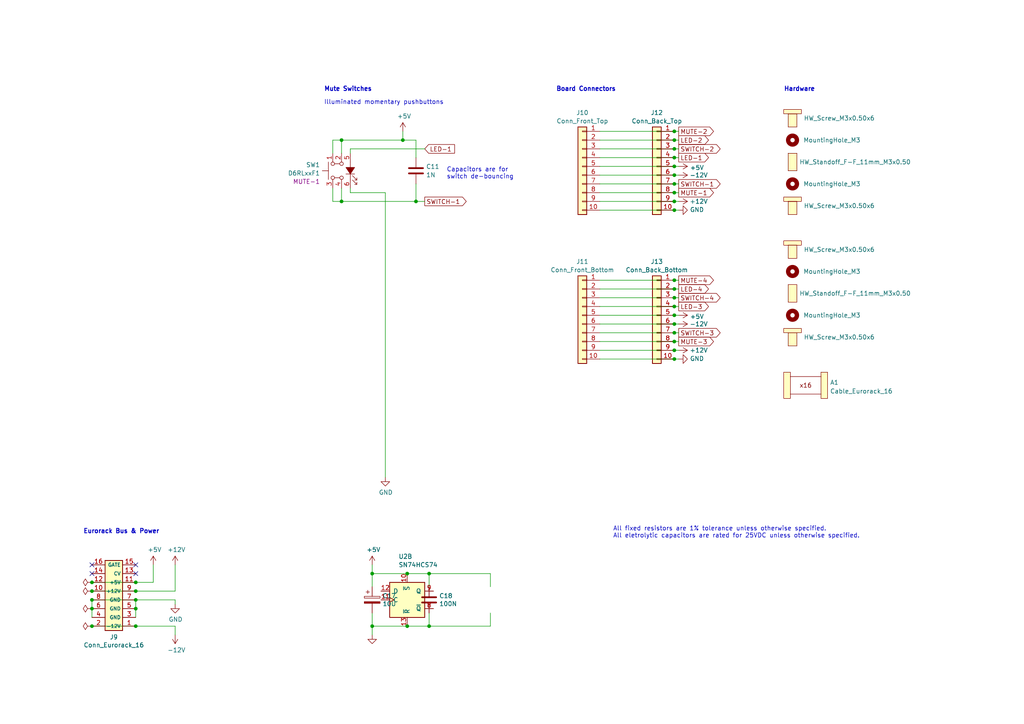
<source format=kicad_sch>
(kicad_sch (version 20230121) (generator eeschema)

  (uuid 9e00edb4-f0f4-46bc-a82d-075ebfd0d3ed)

  (paper "A4")

  (title_block
    (title "Switches - Front Panel & Power")
    (date "2023-10-19")
    (rev "1.0")
    (company "Len Popp")
    (comment 1 "Copyright © 2023 Len Popp CC BY")
    (comment 2 "Eurorack muting module module - 8HP")
  )

  (lib_symbols
    (symbol "-lmp-IC-misc:SN74HCS74" (pin_names (offset 1.016)) (in_bom yes) (on_board yes)
      (property "Reference" "U" (at -7.62 8.89 0)
        (effects (font (size 1.27 1.27)))
      )
      (property "Value" "SN74HCS74" (at -7.62 -8.89 0)
        (effects (font (size 1.27 1.27)))
      )
      (property "Footprint" "Package_SO:SOIC-14_3.9x8.7mm_P1.27mm" (at 0 0 0)
        (effects (font (size 1.27 1.27)) hide)
      )
      (property "Datasheet" "https://www.ti.com/lit/ds/symlink/sn74hcs74.pdf" (at 0 0 0)
        (effects (font (size 1.27 1.27)) hide)
      )
      (property "Manufacturer" "Texas Instruments" (at 0 0 0)
        (effects (font (size 1.27 1.27)) hide)
      )
      (property "ManufacturerPartNum" "SN74HCS74DR" (at 0 0 0)
        (effects (font (size 1.27 1.27)) hide)
      )
      (property "Distributor" "Mouser" (at 0 0 0)
        (effects (font (size 1.27 1.27)) hide)
      )
      (property "DistributorPartNum" "595-SN74HCS74DR" (at 0 0 0)
        (effects (font (size 1.27 1.27)) hide)
      )
      (property "DistributorPartLink" "https://www.mouser.ca/ProductDetail/Texas-Instruments/SN74HCS74DR?qs=TiOZkKH1s2QvGxo75w4r5Q%3D%3D" (at 0 0 0)
        (effects (font (size 1.27 1.27)) hide)
      )
      (property "ki_locked" "" (at 0 0 0)
        (effects (font (size 1.27 1.27)))
      )
      (property "ki_keywords" "CMOS D flip-flop schmitt" (at 0 0 0)
        (effects (font (size 1.27 1.27)) hide)
      )
      (property "ki_description" "CMOS Dual D Flip-flop, Set & Reset, Positive-edge Triggered, Schmitt-trigger Input" (at 0 0 0)
        (effects (font (size 1.27 1.27)) hide)
      )
      (property "ki_fp_filters" "Breakout*DIP*14*W15.24mm* SOIC*14*3.9*8.7*P1.27*" (at 0 0 0)
        (effects (font (size 1.27 1.27)) hide)
      )
      (symbol "SN74HCS74_1_0"
        (pin input line (at 0 -7.62 90) (length 2.54)
          (name "~{R}" (effects (font (size 1.27 1.27))))
          (number "1" (effects (font (size 1.27 1.27))))
        )
        (pin input line (at -7.62 2.54 0) (length 2.54)
          (name "D" (effects (font (size 1.27 1.27))))
          (number "2" (effects (font (size 1.27 1.27))))
        )
        (pin input clock (at -7.62 0 0) (length 2.54)
          (name "C" (effects (font (size 1.27 1.27))))
          (number "3" (effects (font (size 1.27 1.27))))
        )
        (pin input line (at 0 7.62 270) (length 2.54)
          (name "~{S}" (effects (font (size 1.27 1.27))))
          (number "4" (effects (font (size 1.27 1.27))))
        )
        (pin output line (at 7.62 2.54 180) (length 2.54)
          (name "Q" (effects (font (size 1.27 1.27))))
          (number "5" (effects (font (size 1.27 1.27))))
        )
        (pin output line (at 7.62 -2.54 180) (length 2.54)
          (name "~{Q}" (effects (font (size 1.27 1.27))))
          (number "6" (effects (font (size 1.27 1.27))))
        )
      )
      (symbol "SN74HCS74_1_1"
        (rectangle (start -5.08 5.08) (end 5.08 -5.08)
          (stroke (width 0.254) (type default))
          (fill (type background))
        )
      )
      (symbol "SN74HCS74_2_0"
        (pin input line (at 0 7.62 270) (length 2.54)
          (name "~{S}" (effects (font (size 1.27 1.27))))
          (number "10" (effects (font (size 1.27 1.27))))
        )
        (pin input clock (at -7.62 0 0) (length 2.54)
          (name "C" (effects (font (size 1.27 1.27))))
          (number "11" (effects (font (size 1.27 1.27))))
        )
        (pin input line (at -7.62 2.54 0) (length 2.54)
          (name "D" (effects (font (size 1.27 1.27))))
          (number "12" (effects (font (size 1.27 1.27))))
        )
        (pin input line (at 0 -7.62 90) (length 2.54)
          (name "~{R}" (effects (font (size 1.27 1.27))))
          (number "13" (effects (font (size 1.27 1.27))))
        )
        (pin output line (at 7.62 -2.54 180) (length 2.54)
          (name "~{Q}" (effects (font (size 1.27 1.27))))
          (number "8" (effects (font (size 1.27 1.27))))
        )
        (pin output line (at 7.62 2.54 180) (length 2.54)
          (name "Q" (effects (font (size 1.27 1.27))))
          (number "9" (effects (font (size 1.27 1.27))))
        )
      )
      (symbol "SN74HCS74_2_1"
        (rectangle (start -5.08 5.08) (end 5.08 -5.08)
          (stroke (width 0.254) (type default))
          (fill (type background))
        )
      )
      (symbol "SN74HCS74_3_1"
        (pin power_in line (at 0 7.62 270) (length 2.54)
          (name "VDD" (effects (font (size 1.27 1.27))))
          (number "14" (effects (font (size 1.27 1.27))))
        )
        (pin power_in line (at 0 -7.62 90) (length 2.54)
          (name "VSS" (effects (font (size 1.27 1.27))))
          (number "7" (effects (font (size 1.27 1.27))))
        )
      )
    )
    (symbol "-lmp-holes:MountingHole_PCB_M3" (pin_names (offset 1.016)) (in_bom no) (on_board yes)
      (property "Reference" "H" (at 0 5.08 0)
        (effects (font (size 1.27 1.27)) hide)
      )
      (property "Value" "MountingHole_PCB_M3" (at 0 3.175 0)
        (effects (font (size 1.27 1.27)))
      )
      (property "Footprint" "-lmp-holes:MountingHole_PCB_3.2mm_M3" (at 0 0 0)
        (effects (font (size 1.27 1.27)) hide)
      )
      (property "Datasheet" "~" (at 0 0 0)
        (effects (font (size 1.27 1.27)) hide)
      )
      (property "ki_keywords" "mounting hole" (at 0 0 0)
        (effects (font (size 1.27 1.27)) hide)
      )
      (property "ki_description" "Mounting Hole without connection" (at 0 0 0)
        (effects (font (size 1.27 1.27)) hide)
      )
      (property "ki_fp_filters" "MountingHole*" (at 0 0 0)
        (effects (font (size 1.27 1.27)) hide)
      )
      (symbol "MountingHole_PCB_M3_0_1"
        (circle (center 0 0) (radius 1.27)
          (stroke (width 1.27) (type default))
          (fill (type none))
        )
      )
    )
    (symbol "-lmp-power:+12V" (power) (pin_names (offset 0)) (in_bom yes) (on_board yes)
      (property "Reference" "#PWR" (at 0 -3.81 0)
        (effects (font (size 1.27 1.27)) hide)
      )
      (property "Value" "+12V" (at 0 3.556 0)
        (effects (font (size 1.27 1.27)))
      )
      (property "Footprint" "" (at 0 0 0)
        (effects (font (size 1.27 1.27)) hide)
      )
      (property "Datasheet" "" (at 0 0 0)
        (effects (font (size 1.27 1.27)) hide)
      )
      (property "ki_keywords" "power-flag" (at 0 0 0)
        (effects (font (size 1.27 1.27)) hide)
      )
      (property "ki_description" "Power symbol creates a global label with name \"+12V\"" (at 0 0 0)
        (effects (font (size 1.27 1.27)) hide)
      )
      (symbol "+12V_0_1"
        (polyline
          (pts
            (xy -0.762 1.27)
            (xy 0 2.54)
          )
          (stroke (width 0) (type default))
          (fill (type none))
        )
        (polyline
          (pts
            (xy 0 0)
            (xy 0 2.54)
          )
          (stroke (width 0) (type default))
          (fill (type none))
        )
        (polyline
          (pts
            (xy 0 2.54)
            (xy 0.762 1.27)
          )
          (stroke (width 0) (type default))
          (fill (type none))
        )
      )
      (symbol "+12V_1_1"
        (pin power_in line (at 0 0 90) (length 0) hide
          (name "+12V" (effects (font (size 1.27 1.27))))
          (number "1" (effects (font (size 1.27 1.27))))
        )
      )
    )
    (symbol "-lmp-power:+5V" (power) (pin_names (offset 0)) (in_bom yes) (on_board yes)
      (property "Reference" "#PWR" (at 0 -3.81 0)
        (effects (font (size 1.27 1.27)) hide)
      )
      (property "Value" "+5V" (at 0 3.556 0)
        (effects (font (size 1.27 1.27)))
      )
      (property "Footprint" "" (at 0 0 0)
        (effects (font (size 1.27 1.27)) hide)
      )
      (property "Datasheet" "" (at 0 0 0)
        (effects (font (size 1.27 1.27)) hide)
      )
      (property "ki_keywords" "power-flag" (at 0 0 0)
        (effects (font (size 1.27 1.27)) hide)
      )
      (property "ki_description" "Power symbol creates a global label with name \"+5V\"" (at 0 0 0)
        (effects (font (size 1.27 1.27)) hide)
      )
      (symbol "+5V_0_1"
        (polyline
          (pts
            (xy -0.762 1.27)
            (xy 0 2.54)
          )
          (stroke (width 0) (type default))
          (fill (type none))
        )
        (polyline
          (pts
            (xy 0 0)
            (xy 0 2.54)
          )
          (stroke (width 0) (type default))
          (fill (type none))
        )
        (polyline
          (pts
            (xy 0 2.54)
            (xy 0.762 1.27)
          )
          (stroke (width 0) (type default))
          (fill (type none))
        )
      )
      (symbol "+5V_1_1"
        (pin power_in line (at 0 0 90) (length 0) hide
          (name "+5V" (effects (font (size 1.27 1.27))))
          (number "1" (effects (font (size 1.27 1.27))))
        )
      )
    )
    (symbol "-lmp-power:-12V" (power) (pin_names (offset 0)) (in_bom yes) (on_board yes)
      (property "Reference" "#PWR" (at 0 3.81 0)
        (effects (font (size 1.27 1.27)) hide)
      )
      (property "Value" "-12V" (at 0 -3.556 0)
        (effects (font (size 1.27 1.27)))
      )
      (property "Footprint" "" (at 0 0 0)
        (effects (font (size 1.27 1.27)) hide)
      )
      (property "Datasheet" "" (at 0 0 0)
        (effects (font (size 1.27 1.27)) hide)
      )
      (property "ki_keywords" "power-flag" (at 0 0 0)
        (effects (font (size 1.27 1.27)) hide)
      )
      (property "ki_description" "Power symbol creates a global label with name \"-12V\"" (at 0 0 0)
        (effects (font (size 1.27 1.27)) hide)
      )
      (symbol "-12V_0_1"
        (polyline
          (pts
            (xy -0.762 -1.27)
            (xy 0 -2.54)
          )
          (stroke (width 0) (type default))
          (fill (type none))
        )
        (polyline
          (pts
            (xy 0 -2.54)
            (xy 0.762 -1.27)
          )
          (stroke (width 0) (type default))
          (fill (type none))
        )
        (polyline
          (pts
            (xy 0 0)
            (xy 0 -2.54)
          )
          (stroke (width 0) (type default))
          (fill (type none))
        )
      )
      (symbol "-12V_1_1"
        (pin power_in line (at 0 0 270) (length 0) hide
          (name "-12V" (effects (font (size 1.27 1.27))))
          (number "1" (effects (font (size 1.27 1.27))))
        )
      )
    )
    (symbol "-lmp-power:GND" (power) (pin_names (offset 0)) (in_bom yes) (on_board yes)
      (property "Reference" "#PWR" (at 0 -6.35 0)
        (effects (font (size 1.27 1.27)) hide)
      )
      (property "Value" "GND" (at 0 -3.81 0)
        (effects (font (size 1.27 1.27)))
      )
      (property "Footprint" "" (at 0 0 0)
        (effects (font (size 1.27 1.27)) hide)
      )
      (property "Datasheet" "" (at 0 0 0)
        (effects (font (size 1.27 1.27)) hide)
      )
      (property "ki_keywords" "power-flag" (at 0 0 0)
        (effects (font (size 1.27 1.27)) hide)
      )
      (property "ki_description" "Power symbol creates a global label with name \"GND\" , ground" (at 0 0 0)
        (effects (font (size 1.27 1.27)) hide)
      )
      (symbol "GND_0_1"
        (polyline
          (pts
            (xy 0 0)
            (xy 0 -1.27)
            (xy 1.27 -1.27)
            (xy 0 -2.54)
            (xy -1.27 -1.27)
            (xy 0 -1.27)
          )
          (stroke (width 0) (type default))
          (fill (type none))
        )
      )
      (symbol "GND_1_1"
        (pin power_in line (at 0 0 270) (length 0) hide
          (name "GND" (effects (font (size 1.27 1.27))))
          (number "1" (effects (font (size 1.27 1.27))))
        )
      )
    )
    (symbol "-lmp-power:PWR_FLAG" (power) (pin_numbers hide) (pin_names (offset 0) hide) (in_bom yes) (on_board yes)
      (property "Reference" "#FLG" (at 0 1.905 0)
        (effects (font (size 1.27 1.27)) hide)
      )
      (property "Value" "PWR_FLAG" (at 0 3.81 0)
        (effects (font (size 1.27 1.27)))
      )
      (property "Footprint" "" (at 0 0 0)
        (effects (font (size 1.27 1.27)) hide)
      )
      (property "Datasheet" "~" (at 0 0 0)
        (effects (font (size 1.27 1.27)) hide)
      )
      (property "ki_keywords" "power-flag" (at 0 0 0)
        (effects (font (size 1.27 1.27)) hide)
      )
      (property "ki_description" "Special symbol for telling ERC where power comes from" (at 0 0 0)
        (effects (font (size 1.27 1.27)) hide)
      )
      (symbol "PWR_FLAG_0_0"
        (pin power_out line (at 0 0 90) (length 0)
          (name "pwr" (effects (font (size 1.27 1.27))))
          (number "1" (effects (font (size 1.27 1.27))))
        )
      )
      (symbol "PWR_FLAG_0_1"
        (polyline
          (pts
            (xy 0 0)
            (xy 0 1.27)
            (xy -1.016 1.905)
            (xy 0 2.54)
            (xy 1.016 1.905)
            (xy 0 1.27)
          )
          (stroke (width 0) (type default))
          (fill (type none))
        )
      )
    )
    (symbol "-lmp-synth:CP_10U" (pin_numbers hide) (pin_names (offset 0.254)) (in_bom yes) (on_board yes)
      (property "Reference" "C" (at 0.635 2.54 0)
        (effects (font (size 1.27 1.27)) (justify left))
      )
      (property "Value" "CP_10U" (at 0.635 -2.54 0)
        (effects (font (size 1.27 1.27)) (justify left))
      )
      (property "Footprint" "-lmp-misc:CP_Radial_D5.0mm_P2.50mm" (at 0.9652 -3.81 0)
        (effects (font (size 1.27 1.27)) hide)
      )
      (property "Datasheet" "https://www.mouser.ca/datasheet/2/315/ABA0000C1059-947582.pdf" (at 0 -3.81 0)
        (effects (font (size 1.27 1.27)) hide)
      )
      (property "Note" "12 V decoupling" (at 0.635 -6.35 0)
        (effects (font (size 1.27 1.27)) (justify left) hide)
      )
      (property "Manufacturer" "Panasonic" (at 0 -3.81 0)
        (effects (font (size 1.27 1.27)) hide)
      )
      (property "ManufacturerPartNum" "ECE-A1VKS100I" (at 0 -3.81 0)
        (effects (font (size 1.27 1.27)) hide)
      )
      (property "Distributor" "Mouser" (at 0 -3.81 0)
        (effects (font (size 1.27 1.27)) hide)
      )
      (property "DistributorPartNum" "667-ECE-A1VKS100I" (at 0 -3.81 0)
        (effects (font (size 1.27 1.27)) hide)
      )
      (property "DistributorPartLink" "https://www.mouser.ca/ProductDetail/667-ECE-A1VKS100I" (at 0 -3.81 0)
        (effects (font (size 1.27 1.27)) hide)
      )
      (property "Distributor2" "Thonk" (at 0 -3.81 0)
        (effects (font (size 1.27 1.27)) hide)
      )
      (property "DistributorPartNum2" "" (at 0 -3.81 0)
        (effects (font (size 1.27 1.27)) hide)
      )
      (property "DistributorPartLink2" "https://www.thonk.co.uk/shop/eurorack-diy-essentials/" (at 0 -3.81 0)
        (effects (font (size 1.27 1.27)) hide)
      )
      (property "ki_keywords" "cap capacitor electrolytic" (at 0 0 0)
        (effects (font (size 1.27 1.27)) hide)
      )
      (property "ki_description" "Capacitor - Electrolytic - 12 V decoupling" (at 0 0 0)
        (effects (font (size 1.27 1.27)) hide)
      )
      (property "ki_fp_filters" "CP_*" (at 0 0 0)
        (effects (font (size 1.27 1.27)) hide)
      )
      (symbol "CP_10U_0_1"
        (rectangle (start -2.286 0.508) (end 2.286 1.016)
          (stroke (width 0) (type default))
          (fill (type none))
        )
        (polyline
          (pts
            (xy -1.778 2.286)
            (xy -0.762 2.286)
          )
          (stroke (width 0) (type default))
          (fill (type none))
        )
        (polyline
          (pts
            (xy -1.27 2.794)
            (xy -1.27 1.778)
          )
          (stroke (width 0) (type default))
          (fill (type none))
        )
        (rectangle (start 2.286 -0.508) (end -2.286 -1.016)
          (stroke (width 0) (type default))
          (fill (type outline))
        )
      )
      (symbol "CP_10U_1_1"
        (pin passive line (at 0 3.81 270) (length 2.794)
          (name "~" (effects (font (size 1.27 1.27))))
          (number "1" (effects (font (size 1.27 1.27))))
        )
        (pin passive line (at 0 -3.81 90) (length 2.794)
          (name "~" (effects (font (size 1.27 1.27))))
          (number "2" (effects (font (size 1.27 1.27))))
        )
      )
    )
    (symbol "-lmp-synth:Cable_Eurorack_16" (in_bom yes) (on_board no)
      (property "Reference" "A" (at 0 8.255 0)
        (effects (font (size 1.27 1.27)))
      )
      (property "Value" "Cable_Eurorack_16" (at 0 5.715 0)
        (effects (font (size 1.27 1.27)))
      )
      (property "Footprint" "-lmp-misc:NoFootprint" (at 0.635 -5.08 0)
        (effects (font (size 1.27 1.27)) hide)
      )
      (property "Datasheet" "" (at 0 8.255 0)
        (effects (font (size 1.27 1.27)) hide)
      )
      (property "Note" "Length as required" (at 0 -1.27 0)
        (effects (font (size 1.27 1.27)) hide)
      )
      (property "Distributor" "Thonk" (at 0 -5.08 0)
        (effects (font (size 1.27 1.27)) hide)
      )
      (property "DistributorPartLink" "https://www.thonk.co.uk/shop/eurorack-power-cables/" (at 0 -5.08 0)
        (effects (font (size 1.27 1.27)) hide)
      )
      (property "Distributor2" "SynthCube" (at 0 -5.08 0)
        (effects (font (size 1.27 1.27)) hide)
      )
      (property "DistributorPartLink2" "https://synthcube.com/cart/eurorack-ribbon-power-cables" (at 0 -5.08 0)
        (effects (font (size 1.27 1.27)) hide)
      )
      (property "Distributor3" "Modular Addict" (at 0 -5.08 0)
        (effects (font (size 1.27 1.27)) hide)
      )
      (property "DistributorPartLink3" "https://modularaddict.com/parts/eurorack-power-cables-1" (at 0 -5.08 0)
        (effects (font (size 1.27 1.27)) hide)
      )
      (property "ki_keywords" "Eurorack 16 power cable" (at 0 0 0)
        (effects (font (size 1.27 1.27)) hide)
      )
      (property "ki_description" "Eurorack 16-16 pin power & bus cable" (at 0 0 0)
        (effects (font (size 1.27 1.27)) hide)
      )
      (symbol "Cable_Eurorack_16_0_0"
        (text "x16" (at 0 0 0)
          (effects (font (size 1.27 1.27)))
        )
      )
      (symbol "Cable_Eurorack_16_0_1"
        (rectangle (start -6.35 3.81) (end -4.445 -3.81)
          (stroke (width 0.1524) (type default))
          (fill (type background))
        )
        (polyline
          (pts
            (xy -4.445 -2.54)
            (xy 4.445 -2.54)
          )
          (stroke (width 0.1524) (type default))
          (fill (type none))
        )
        (polyline
          (pts
            (xy -4.445 2.54)
            (xy 4.445 2.54)
          )
          (stroke (width 0.1524) (type default))
          (fill (type none))
        )
        (rectangle (start 4.445 3.81) (end 6.35 -3.81)
          (stroke (width 0.1524) (type default))
          (fill (type background))
        )
      )
    )
    (symbol "-lmp-synth:Conn_Eurorack_Pwr_16" (in_bom yes) (on_board yes)
      (property "Reference" "J" (at 1.27 10.16 0)
        (effects (font (size 1.27 1.27)))
      )
      (property "Value" "Conn_Eurorack_Pwr_16" (at 1.27 -12.7 0)
        (effects (font (size 1.27 1.27)))
      )
      (property "Footprint" "-lmp-synth:IDC-Header-Eurorack-16-TH" (at 0 -14.478 0)
        (effects (font (size 1.27 1.27)) hide)
      )
      (property "Datasheet" "https://www.mouser.ca/datasheet/2/445/61201621621-1717735.pdf" (at 2.54 -2.54 0)
        (effects (font (size 1.27 1.27)) hide)
      )
      (property "Manufacturer" "Wurth Elektronik" (at 0.254 -14.478 0)
        (effects (font (size 1.27 1.27)) hide)
      )
      (property "ManufacturerPartNum" "61201621621" (at 0.254 -14.478 0)
        (effects (font (size 1.27 1.27)) hide)
      )
      (property "Distributor" "Mouser" (at 0.254 -14.478 0)
        (effects (font (size 1.27 1.27)) hide)
      )
      (property "DistributorPartNum" "710-61201621621" (at 0.254 -14.478 0)
        (effects (font (size 1.27 1.27)) hide)
      )
      (property "DistributorPartLink" "https://www.mouser.ca/ProductDetail/Wurth-Elektronik/61201621621?qs=ZtY9WdtwX55qFf4n3EFuaA%3D%3D" (at 0.254 -14.478 0)
        (effects (font (size 1.27 1.27)) hide)
      )
      (property "ki_keywords" "connector Eurorack" (at 0 0 0)
        (effects (font (size 1.27 1.27)) hide)
      )
      (property "ki_description" "Eurorack 16-pin board power/CV/gate bus connector" (at 0 0 0)
        (effects (font (size 1.27 1.27)) hide)
      )
      (property "ki_fp_filters" "Connector*:*_2x??_*" (at 0 0 0)
        (effects (font (size 1.27 1.27)) hide)
      )
      (symbol "Conn_Eurorack_Pwr_16_1_1"
        (rectangle (start 3.81 -11.43) (end -1.27 8.89)
          (stroke (width 0.254) (type default))
          (fill (type background))
        )
        (pin power_in line (at 7.62 -10.16 180) (length 3.81)
          (name "-12V" (effects (font (size 1.016 1.016))))
          (number "1" (effects (font (size 1.27 1.27))))
        )
        (pin power_in line (at -5.08 0 0) (length 3.81)
          (name "~" (effects (font (size 1.27 1.27))))
          (number "10" (effects (font (size 1.27 1.27))))
        )
        (pin power_in line (at 7.62 2.54 180) (length 3.81)
          (name "+5V" (effects (font (size 1.016 1.016))))
          (number "11" (effects (font (size 1.27 1.27))))
        )
        (pin power_in line (at -5.08 2.54 0) (length 3.81)
          (name "~" (effects (font (size 1.27 1.27))))
          (number "12" (effects (font (size 1.27 1.27))))
        )
        (pin bidirectional line (at 7.62 5.08 180) (length 3.81)
          (name "CV" (effects (font (size 1.016 1.016))))
          (number "13" (effects (font (size 1.27 1.27))))
        )
        (pin bidirectional line (at -5.08 5.08 0) (length 3.81)
          (name "~" (effects (font (size 1.27 1.27))))
          (number "14" (effects (font (size 1.27 1.27))))
        )
        (pin bidirectional line (at 7.62 7.62 180) (length 3.81)
          (name "GATE" (effects (font (size 1.016 1.016))))
          (number "15" (effects (font (size 1.27 1.27))))
        )
        (pin bidirectional line (at -5.08 7.62 0) (length 3.81)
          (name "~" (effects (font (size 1.27 1.27))))
          (number "16" (effects (font (size 1.27 1.27))))
        )
        (pin power_in line (at -5.08 -10.16 0) (length 3.81)
          (name "~" (effects (font (size 1.27 1.27))))
          (number "2" (effects (font (size 1.27 1.27))))
        )
        (pin power_in line (at 7.62 -7.62 180) (length 3.81)
          (name "GND" (effects (font (size 1.016 1.016))))
          (number "3" (effects (font (size 1.27 1.27))))
        )
        (pin power_in line (at -5.08 -7.62 0) (length 3.81)
          (name "~" (effects (font (size 1.27 1.27))))
          (number "4" (effects (font (size 1.27 1.27))))
        )
        (pin power_in line (at 7.62 -5.08 180) (length 3.81)
          (name "GND" (effects (font (size 1.016 1.016))))
          (number "5" (effects (font (size 1.27 1.27))))
        )
        (pin power_in line (at -5.08 -5.08 0) (length 3.81)
          (name "~" (effects (font (size 1.27 1.27))))
          (number "6" (effects (font (size 1.27 1.27))))
        )
        (pin power_in line (at 7.62 -2.54 180) (length 3.81)
          (name "GND" (effects (font (size 1.016 1.016))))
          (number "7" (effects (font (size 1.27 1.27))))
        )
        (pin power_in line (at -5.08 -2.54 0) (length 3.81)
          (name "~" (effects (font (size 1.27 1.27))))
          (number "8" (effects (font (size 1.27 1.27))))
        )
        (pin power_in line (at 7.62 0 180) (length 3.81)
          (name "+12V" (effects (font (size 1.016 1.016))))
          (number "9" (effects (font (size 1.27 1.27))))
        )
      )
    )
    (symbol "-lmp-synth:HW_Screw_M3x0.50x6" (pin_names (offset 1.016)) (in_bom yes) (on_board no)
      (property "Reference" "H" (at 0 0 0)
        (effects (font (size 1.27 1.27)) hide)
      )
      (property "Value" "HW_Screw_M3x0.50x6" (at 0 -5.08 0)
        (effects (font (size 1.27 1.27)))
      )
      (property "Footprint" "" (at 0 0 0)
        (effects (font (size 1.27 1.27)) hide)
      )
      (property "Datasheet" "~" (at 0 0 0)
        (effects (font (size 1.27 1.27)) hide)
      )
      (property "ki_keywords" "screw M3" (at 0 0 0)
        (effects (font (size 1.27 1.27)) hide)
      )
      (property "ki_description" "Machine screw, M3x0.50x6" (at 0 0 0)
        (effects (font (size 1.27 1.27)) hide)
      )
      (symbol "HW_Screw_M3x0.50x6_0_1"
        (rectangle (start -2.54 1.27) (end 2.54 2.54)
          (stroke (width 0) (type default))
          (fill (type background))
        )
        (rectangle (start -1.27 1.27) (end 1.27 -2.54)
          (stroke (width 0) (type default))
          (fill (type background))
        )
      )
    )
    (symbol "-lmp-synth:SW_Push_LED_C&K_D6R" (pin_names (offset 1.016) hide) (in_bom yes) (on_board yes)
      (property "Reference" "SW" (at 0.635 5.715 0)
        (effects (font (size 1.27 1.27)) (justify left))
      )
      (property "Value" "SW_Push_LED_C&K_D6R" (at -0.0508 -5.9182 0)
        (effects (font (size 1.27 1.27)))
      )
      (property "Footprint" "-lmp-synth:SW_Push_LED_C&K_D6R" (at 0 7.62 0)
        (effects (font (size 1.27 1.27)) hide)
      )
      (property "Datasheet" "https://www.mouser.ca/datasheet/2/60/d6-1382571.pdf" (at 0 7.62 0)
        (effects (font (size 1.27 1.27)) hide)
      )
      (property "Manufacturer" "C&K" (at 0 0 0)
        (effects (font (size 1.27 1.27)) hide)
      )
      (property "ManufacturerPartNum" "D6RLBUF1 LFS" (at 0 0 0)
        (effects (font (size 1.27 1.27)) hide)
      )
      (property "Distributor" "Mouser" (at 0 0 0)
        (effects (font (size 1.27 1.27)) hide)
      )
      (property "DistributorPartNum" "611-D6RLBUF1LFS" (at 0 0 0)
        (effects (font (size 1.27 1.27)) hide)
      )
      (property "DistributorPartLink" "https://www.mouser.co.uk/ProductDetail/CK/D6RLBUF1-LFS?qs=zW32dvEIR3uFcmnP%2FjXwsQ%3D%3D" (at 0 0 0)
        (effects (font (size 1.27 1.27)) hide)
      )
      (property "ki_keywords" "switch normally-open pushbutton push-button LED C&K D6R" (at 0 0 0)
        (effects (font (size 1.27 1.27)) hide)
      )
      (property "ki_description" "Push button switch with single LED, C&K D6R series" (at 0 0 0)
        (effects (font (size 1.27 1.27)) hide)
      )
      (symbol "SW_Push_LED_C&K_D6R_0_0"
        (polyline
          (pts
            (xy -2.54 -2.54)
            (xy 2.54 -2.54)
          )
          (stroke (width 0) (type default))
          (fill (type none))
        )
        (polyline
          (pts
            (xy 0.9398 -1.27)
            (xy 0.9398 -3.81)
          )
          (stroke (width 0) (type default))
          (fill (type none))
        )
        (polyline
          (pts
            (xy 2.6924 -4.445)
            (xy 1.4224 -3.175)
          )
          (stroke (width 0) (type default))
          (fill (type none))
        )
        (polyline
          (pts
            (xy 3.9624 -4.445)
            (xy 2.6924 -3.175)
          )
          (stroke (width 0) (type default))
          (fill (type none))
        )
        (polyline
          (pts
            (xy 2.6924 -3.81)
            (xy 2.6924 -4.445)
            (xy 2.0574 -4.445)
          )
          (stroke (width 0) (type default))
          (fill (type none))
        )
        (polyline
          (pts
            (xy 3.9624 -3.81)
            (xy 3.9624 -4.445)
            (xy 3.3274 -4.445)
          )
          (stroke (width 0) (type default))
          (fill (type none))
        )
        (polyline
          (pts
            (xy 0.9398 -2.54)
            (xy -0.9652 -1.27)
            (xy -0.9652 -3.81)
            (xy 0.9398 -2.54)
          )
          (stroke (width 0) (type default))
          (fill (type outline))
        )
      )
      (symbol "SW_Push_LED_C&K_D6R_0_1"
        (circle (center -2.032 2.54) (radius 0.508)
          (stroke (width 0) (type default))
          (fill (type none))
        )
        (polyline
          (pts
            (xy -2.032 2.032)
            (xy -2.032 0.508)
          )
          (stroke (width 0) (type default))
          (fill (type none))
        )
        (polyline
          (pts
            (xy 0 3.81)
            (xy 0 5.588)
          )
          (stroke (width 0) (type default))
          (fill (type none))
        )
        (polyline
          (pts
            (xy 2.032 2.032)
            (xy 2.032 0.508)
          )
          (stroke (width 0) (type default))
          (fill (type none))
        )
        (polyline
          (pts
            (xy 2.54 3.81)
            (xy -2.54 3.81)
          )
          (stroke (width 0) (type default))
          (fill (type none))
        )
        (circle (center 2.032 2.54) (radius 0.508)
          (stroke (width 0) (type default))
          (fill (type none))
        )
        (pin passive line (at -5.08 2.54 0) (length 2.54)
          (name "1" (effects (font (size 1.27 1.27))))
          (number "1" (effects (font (size 1.27 1.27))))
        )
        (pin passive line (at 5.08 2.54 180) (length 2.54)
          (name "3" (effects (font (size 1.27 1.27))))
          (number "3" (effects (font (size 1.27 1.27))))
        )
        (pin passive line (at -5.08 -2.54 0) (length 2.54)
          (name "A" (effects (font (size 1.27 1.27))))
          (number "5" (effects (font (size 1.27 1.27))))
        )
        (pin passive line (at 5.08 -2.54 180) (length 2.54)
          (name "K" (effects (font (size 1.27 1.27))))
          (number "6" (effects (font (size 1.27 1.27))))
        )
      )
      (symbol "SW_Push_LED_C&K_D6R_1_1"
        (circle (center -2.032 0) (radius 0.508)
          (stroke (width 0) (type default))
          (fill (type none))
        )
        (circle (center 2.032 0) (radius 0.508)
          (stroke (width 0) (type default))
          (fill (type none))
        )
        (pin passive line (at -5.08 0 0) (length 2.54)
          (name "2" (effects (font (size 1.27 1.27))))
          (number "2" (effects (font (size 1.27 1.27))))
        )
        (pin passive line (at 5.08 0 180) (length 2.54)
          (name "4" (effects (font (size 1.27 1.27))))
          (number "4" (effects (font (size 1.27 1.27))))
        )
      )
    )
    (symbol "-lmp:CC" (pin_numbers hide) (pin_names (offset 0.254)) (in_bom yes) (on_board yes)
      (property "Reference" "C" (at 0.635 2.54 0)
        (effects (font (size 1.27 1.27)) (justify left))
      )
      (property "Value" "CC" (at 0.635 -2.54 0)
        (effects (font (size 1.27 1.27)) (justify left))
      )
      (property "Footprint" "" (at 0.9652 -3.81 0)
        (effects (font (size 1.27 1.27)) hide)
      )
      (property "Datasheet" "~" (at 0 0 0)
        (effects (font (size 1.27 1.27)) hide)
      )
      (property "ki_keywords" "cap capacitor ceramic" (at 0 0 0)
        (effects (font (size 1.27 1.27)) hide)
      )
      (property "ki_description" "Capacitor - Ceramic" (at 0 0 0)
        (effects (font (size 1.27 1.27)) hide)
      )
      (property "ki_fp_filters" "C_*" (at 0 0 0)
        (effects (font (size 1.27 1.27)) hide)
      )
      (symbol "CC_0_1"
        (polyline
          (pts
            (xy -2.032 -0.762)
            (xy 2.032 -0.762)
          )
          (stroke (width 0.508) (type default))
          (fill (type none))
        )
        (polyline
          (pts
            (xy -2.032 0.762)
            (xy 2.032 0.762)
          )
          (stroke (width 0.508) (type default))
          (fill (type none))
        )
      )
      (symbol "CC_1_1"
        (pin passive line (at 0 3.81 270) (length 2.794)
          (name "~" (effects (font (size 1.27 1.27))))
          (number "1" (effects (font (size 1.27 1.27))))
        )
        (pin passive line (at 0 -3.81 90) (length 2.794)
          (name "~" (effects (font (size 1.27 1.27))))
          (number "2" (effects (font (size 1.27 1.27))))
        )
      )
    )
    (symbol "-lmp:CC_100N" (pin_numbers hide) (pin_names (offset 0.254)) (in_bom yes) (on_board yes)
      (property "Reference" "C" (at 0.635 2.54 0)
        (effects (font (size 1.27 1.27)) (justify left))
      )
      (property "Value" "CC_100N" (at 0.635 -2.54 0)
        (effects (font (size 1.27 1.27)) (justify left))
      )
      (property "Footprint" "-lmp-misc:C_Disc_D5.0mm_W2.5mm_P2.50mm" (at 0.9652 -3.81 0)
        (effects (font (size 1.27 1.27)) hide)
      )
      (property "Datasheet" "https://product.tdk.com/system/files/dam/doc/product/capacitor/ceramic/lead-mlcc/catalog/leadmlcc_halogenfree_fg_en.pdf" (at -0.635 -3.81 0)
        (effects (font (size 1.27 1.27)) hide)
      )
      (property "Note" "IC decoupling" (at 0.635 -5.08 0)
        (effects (font (size 1.27 1.27)) (justify left) hide)
      )
      (property "Manufacturer" "TDK" (at 0 0 0)
        (effects (font (size 1.27 1.27)) hide)
      )
      (property "ManufacturerPartNum" "FG18X7R1H104KNT06" (at 0 0 0)
        (effects (font (size 1.27 1.27)) hide)
      )
      (property "Distributor" "Mouser" (at 0 0 0)
        (effects (font (size 1.27 1.27)) hide)
      )
      (property "DistributorPartNum" "810-FG18X7R1H104KNT6" (at 0 0 0)
        (effects (font (size 1.27 1.27)) hide)
      )
      (property "DistributorPartLink" "https://www.mouser.ca/ProductDetail/810-FG18X7R1H104KNT6" (at 0 0 0)
        (effects (font (size 1.27 1.27)) hide)
      )
      (property "ki_keywords" "cap capacitor ceramic" (at 0 0 0)
        (effects (font (size 1.27 1.27)) hide)
      )
      (property "ki_description" "Capacitor - Ceramic - IC decoupling" (at 0 0 0)
        (effects (font (size 1.27 1.27)) hide)
      )
      (property "ki_fp_filters" "C_*" (at 0 0 0)
        (effects (font (size 1.27 1.27)) hide)
      )
      (symbol "CC_100N_0_1"
        (polyline
          (pts
            (xy -2.032 -0.762)
            (xy 2.032 -0.762)
          )
          (stroke (width 0.508) (type default))
          (fill (type none))
        )
        (polyline
          (pts
            (xy -2.032 0.762)
            (xy 2.032 0.762)
          )
          (stroke (width 0.508) (type default))
          (fill (type none))
        )
      )
      (symbol "CC_100N_1_1"
        (pin passive line (at 0 3.81 270) (length 2.794)
          (name "~" (effects (font (size 1.27 1.27))))
          (number "1" (effects (font (size 1.27 1.27))))
        )
        (pin passive line (at 0 -3.81 90) (length 2.794)
          (name "~" (effects (font (size 1.27 1.27))))
          (number "2" (effects (font (size 1.27 1.27))))
        )
      )
    )
    (symbol "Connector_Generic:Conn_01x10" (pin_names (offset 1.016) hide) (in_bom yes) (on_board yes)
      (property "Reference" "J" (at 0 12.7 0)
        (effects (font (size 1.27 1.27)))
      )
      (property "Value" "Conn_01x10" (at 0 -15.24 0)
        (effects (font (size 1.27 1.27)))
      )
      (property "Footprint" "" (at 0 0 0)
        (effects (font (size 1.27 1.27)) hide)
      )
      (property "Datasheet" "~" (at 0 0 0)
        (effects (font (size 1.27 1.27)) hide)
      )
      (property "ki_keywords" "connector" (at 0 0 0)
        (effects (font (size 1.27 1.27)) hide)
      )
      (property "ki_description" "Generic connector, single row, 01x10, script generated (kicad-library-utils/schlib/autogen/connector/)" (at 0 0 0)
        (effects (font (size 1.27 1.27)) hide)
      )
      (property "ki_fp_filters" "Connector*:*_1x??_*" (at 0 0 0)
        (effects (font (size 1.27 1.27)) hide)
      )
      (symbol "Conn_01x10_1_1"
        (rectangle (start -1.27 -12.573) (end 0 -12.827)
          (stroke (width 0.1524) (type default))
          (fill (type none))
        )
        (rectangle (start -1.27 -10.033) (end 0 -10.287)
          (stroke (width 0.1524) (type default))
          (fill (type none))
        )
        (rectangle (start -1.27 -7.493) (end 0 -7.747)
          (stroke (width 0.1524) (type default))
          (fill (type none))
        )
        (rectangle (start -1.27 -4.953) (end 0 -5.207)
          (stroke (width 0.1524) (type default))
          (fill (type none))
        )
        (rectangle (start -1.27 -2.413) (end 0 -2.667)
          (stroke (width 0.1524) (type default))
          (fill (type none))
        )
        (rectangle (start -1.27 0.127) (end 0 -0.127)
          (stroke (width 0.1524) (type default))
          (fill (type none))
        )
        (rectangle (start -1.27 2.667) (end 0 2.413)
          (stroke (width 0.1524) (type default))
          (fill (type none))
        )
        (rectangle (start -1.27 5.207) (end 0 4.953)
          (stroke (width 0.1524) (type default))
          (fill (type none))
        )
        (rectangle (start -1.27 7.747) (end 0 7.493)
          (stroke (width 0.1524) (type default))
          (fill (type none))
        )
        (rectangle (start -1.27 10.287) (end 0 10.033)
          (stroke (width 0.1524) (type default))
          (fill (type none))
        )
        (rectangle (start -1.27 11.43) (end 1.27 -13.97)
          (stroke (width 0.254) (type default))
          (fill (type background))
        )
        (pin passive line (at -5.08 10.16 0) (length 3.81)
          (name "Pin_1" (effects (font (size 1.27 1.27))))
          (number "1" (effects (font (size 1.27 1.27))))
        )
        (pin passive line (at -5.08 -12.7 0) (length 3.81)
          (name "Pin_10" (effects (font (size 1.27 1.27))))
          (number "10" (effects (font (size 1.27 1.27))))
        )
        (pin passive line (at -5.08 7.62 0) (length 3.81)
          (name "Pin_2" (effects (font (size 1.27 1.27))))
          (number "2" (effects (font (size 1.27 1.27))))
        )
        (pin passive line (at -5.08 5.08 0) (length 3.81)
          (name "Pin_3" (effects (font (size 1.27 1.27))))
          (number "3" (effects (font (size 1.27 1.27))))
        )
        (pin passive line (at -5.08 2.54 0) (length 3.81)
          (name "Pin_4" (effects (font (size 1.27 1.27))))
          (number "4" (effects (font (size 1.27 1.27))))
        )
        (pin passive line (at -5.08 0 0) (length 3.81)
          (name "Pin_5" (effects (font (size 1.27 1.27))))
          (number "5" (effects (font (size 1.27 1.27))))
        )
        (pin passive line (at -5.08 -2.54 0) (length 3.81)
          (name "Pin_6" (effects (font (size 1.27 1.27))))
          (number "6" (effects (font (size 1.27 1.27))))
        )
        (pin passive line (at -5.08 -5.08 0) (length 3.81)
          (name "Pin_7" (effects (font (size 1.27 1.27))))
          (number "7" (effects (font (size 1.27 1.27))))
        )
        (pin passive line (at -5.08 -7.62 0) (length 3.81)
          (name "Pin_8" (effects (font (size 1.27 1.27))))
          (number "8" (effects (font (size 1.27 1.27))))
        )
        (pin passive line (at -5.08 -10.16 0) (length 3.81)
          (name "Pin_9" (effects (font (size 1.27 1.27))))
          (number "9" (effects (font (size 1.27 1.27))))
        )
      )
    )
    (symbol "GND_1" (power) (pin_numbers hide) (pin_names (offset 0) hide) (in_bom yes) (on_board yes)
      (property "Reference" "#PWR" (at 0 -6.35 0)
        (effects (font (size 1.27 1.27)) hide)
      )
      (property "Value" "GND_1" (at 0 -3.81 0)
        (effects (font (size 1.27 1.27)) hide)
      )
      (property "Footprint" "" (at 0 0 0)
        (effects (font (size 1.27 1.27)) hide)
      )
      (property "Datasheet" "" (at 0 0 0)
        (effects (font (size 1.27 1.27)) hide)
      )
      (property "ki_keywords" "power-flag" (at 0 0 0)
        (effects (font (size 1.27 1.27)) hide)
      )
      (property "ki_description" "Power symbol creates a global label with name \"GND\" , ground" (at 0 0 0)
        (effects (font (size 1.27 1.27)) hide)
      )
      (symbol "GND_1_0_1"
        (polyline
          (pts
            (xy 0 0)
            (xy 0 -1.27)
            (xy 1.27 -1.27)
            (xy 0 -2.54)
            (xy -1.27 -1.27)
            (xy 0 -1.27)
          )
          (stroke (width 0) (type default))
          (fill (type none))
        )
      )
      (symbol "GND_1_1_1"
        (pin power_in line (at 0 0 270) (length 0) hide
          (name "GND" (effects (font (size 1.27 1.27))))
          (number "1" (effects (font (size 1.27 1.27))))
        )
      )
    )
    (symbol "HW_Standoff_F-F_11mm_M3x0.50_1" (pin_names (offset 1.016)) (in_bom yes) (on_board no)
      (property "Reference" "H" (at 0 3.81 0)
        (effects (font (size 1.27 1.27)) hide)
      )
      (property "Value" "HW_Standoff_F-F_11mm_M3x0.50_1" (at 0 -3.81 0)
        (effects (font (size 1.27 1.27)))
      )
      (property "Footprint" "" (at 0 -3.81 0)
        (effects (font (size 1.27 1.27)) hide)
      )
      (property "Datasheet" "https://www.thonk.co.uk/wp-content/uploads/2018/05/standoff-datasheet.pdf" (at 0 0 0)
        (effects (font (size 1.27 1.27)) hide)
      )
      (property "Distributor" "Thonk" (at 0 0 0)
        (effects (font (size 1.27 1.27)) hide)
      )
      (property "DistributorPartNum" "Mech_11mm_Standoff_(x10)" (at 0 0 0)
        (effects (font (size 1.27 1.27)) hide)
      )
      (property "DistributorPartLink" "https://www.thonk.co.uk/shop/standoffs/" (at 0 0 0)
        (effects (font (size 1.27 1.27)) hide)
      )
      (property "Manufacturer" "Ettinger" (at 0 0 0)
        (effects (font (size 1.27 1.27)) hide)
      )
      (property "ManufacturerPartNum" "05.03.111" (at 0 0 0)
        (effects (font (size 1.27 1.27)) hide)
      )
      (property "Distributor2" "Mouser" (at 0 0 0)
        (effects (font (size 1.27 1.27)) hide)
      )
      (property "DistributorPartNum2" "710-970110321" (at 0 0 0)
        (effects (font (size 1.27 1.27)) hide)
      )
      (property "DistributorPartLink2" "https://www.mouser.ca/ProductDetail/Wurth-Elektronik/970110321?qs=wr8lucFkNMUs0IWSCWTB3w%3D%3D" (at 0 0 0)
        (effects (font (size 1.27 1.27)) hide)
      )
      (property "Distributor3" "Mouser" (at 0 0 0)
        (effects (font (size 1.27 1.27)) hide)
      )
      (property "DistributorPartNum3" "144-MTS-11" (at 0 0 0)
        (effects (font (size 1.27 1.27)) hide)
      )
      (property "DistributorPartLink3" "https://www.mouser.ca/ProductDetail/144-MTS-11" (at 0 0 0)
        (effects (font (size 1.27 1.27)) hide)
      )
      (property "ki_keywords" "standoff M3 female" (at 0 0 0)
        (effects (font (size 1.27 1.27)) hide)
      )
      (property "ki_description" "Standoff, 11mm, female-female, M3x0.50" (at 0 0 0)
        (effects (font (size 1.27 1.27)) hide)
      )
      (symbol "HW_Standoff_F-F_11mm_M3x0.50_1_0_1"
        (rectangle (start -1.27 2.54) (end 1.27 -2.54)
          (stroke (width 0) (type default))
          (fill (type background))
        )
      )
    )
  )

  (junction (at 195.58 101.6) (diameter 0) (color 0 0 0 0)
    (uuid 06aec778-74b4-4600-b3d0-fbef13efcc14)
  )
  (junction (at 195.58 40.64) (diameter 0) (color 0 0 0 0)
    (uuid 1f263efb-43d9-4b72-b639-60c2d4c69aac)
  )
  (junction (at 118.11 181.61) (diameter 0) (color 0 0 0 0)
    (uuid 24efa569-f25e-4f76-990c-c993c515f4ef)
  )
  (junction (at 195.58 50.8) (diameter 0) (color 0 0 0 0)
    (uuid 24f52297-a6fd-45b2-9087-038585e0a54c)
  )
  (junction (at 107.95 181.61) (diameter 0) (color 0 0 0 0)
    (uuid 25a63090-af33-4c12-b3ce-058858e37254)
  )
  (junction (at 195.58 96.52) (diameter 0) (color 0 0 0 0)
    (uuid 2b5b5c4c-c788-453c-9e7a-38371b9cccd1)
  )
  (junction (at 195.58 104.14) (diameter 0) (color 0 0 0 0)
    (uuid 3d590e7a-7b26-4a84-8b9e-344d11d89e99)
  )
  (junction (at 195.58 93.98) (diameter 0) (color 0 0 0 0)
    (uuid 3f3f329f-4cb1-4a15-a0d1-b0c113a197ba)
  )
  (junction (at 195.58 58.42) (diameter 0) (color 0 0 0 0)
    (uuid 45aa091d-e0e0-4da0-a72d-97134bf7477e)
  )
  (junction (at 195.58 43.18) (diameter 0) (color 0 0 0 0)
    (uuid 46e49270-fdcf-44a4-ad32-0b90ae1fecee)
  )
  (junction (at 26.67 176.53) (diameter 0) (color 0 0 0 0)
    (uuid 47472735-41ec-4096-96fb-ce611f148c4c)
  )
  (junction (at 39.37 176.53) (diameter 0) (color 0 0 0 0)
    (uuid 4fffb586-b915-45cc-a9a2-02cc516bb571)
  )
  (junction (at 39.37 171.45) (diameter 0) (color 0 0 0 0)
    (uuid 518a4131-64e9-4ba1-a442-4691a53e2b81)
  )
  (junction (at 195.58 48.26) (diameter 0) (color 0 0 0 0)
    (uuid 547879a7-2e76-4d6a-bf10-276bbfc412dc)
  )
  (junction (at 99.06 40.64) (diameter 0) (color 0 0 0 0)
    (uuid 5ccecc8d-f6a4-4163-956a-fea7393f65ca)
  )
  (junction (at 39.37 173.99) (diameter 0) (color 0 0 0 0)
    (uuid 5f5a1385-75d4-4463-bc21-a6137b8c26df)
  )
  (junction (at 26.67 173.99) (diameter 0) (color 0 0 0 0)
    (uuid 6a7b2059-d977-4612-95c2-3fe01e6e1434)
  )
  (junction (at 116.84 40.64) (diameter 0) (color 0 0 0 0)
    (uuid 6d27c173-3453-4d33-96e3-3a8b7ba66434)
  )
  (junction (at 107.95 166.37) (diameter 0) (color 0 0 0 0)
    (uuid 6f12e198-4fd7-4409-944e-9781c34ca37f)
  )
  (junction (at 195.58 86.36) (diameter 0) (color 0 0 0 0)
    (uuid 707c3c6f-1081-434f-8076-f6f05e868bfc)
  )
  (junction (at 124.46 181.61) (diameter 0) (color 0 0 0 0)
    (uuid 73056a3e-ccd1-4867-b4ca-7738f6fc3377)
  )
  (junction (at 195.58 83.82) (diameter 0) (color 0 0 0 0)
    (uuid 758cc3ac-2ac2-4874-9787-986001819417)
  )
  (junction (at 26.67 181.61) (diameter 0) (color 0 0 0 0)
    (uuid 75c56b73-e91e-4c3e-8fb7-792f0cb19b7b)
  )
  (junction (at 195.58 81.28) (diameter 0) (color 0 0 0 0)
    (uuid 8e57da92-61b9-4b63-8a3e-2f1ad9d17374)
  )
  (junction (at 39.37 181.61) (diameter 0) (color 0 0 0 0)
    (uuid 9273aad3-d4fd-4f46-88b0-3a63b54fdc41)
  )
  (junction (at 195.58 53.34) (diameter 0) (color 0 0 0 0)
    (uuid 96fbd8bc-f083-4364-8364-1552a62fb5a8)
  )
  (junction (at 26.67 171.45) (diameter 0) (color 0 0 0 0)
    (uuid 97c3e317-415d-4b4f-8101-e9340ae149a3)
  )
  (junction (at 195.58 91.44) (diameter 0) (color 0 0 0 0)
    (uuid 9ccdc3df-201c-4933-ac92-f1d28d67d1e4)
  )
  (junction (at 118.11 166.37) (diameter 0) (color 0 0 0 0)
    (uuid a0a5525f-d493-4cc7-abda-e46cdb93499f)
  )
  (junction (at 195.58 38.1) (diameter 0) (color 0 0 0 0)
    (uuid a9aae072-e914-4ece-803a-dcf1d9d27090)
  )
  (junction (at 99.06 58.42) (diameter 0) (color 0 0 0 0)
    (uuid b5344e9f-0227-4dfb-abc6-ad6f89ce93c2)
  )
  (junction (at 195.58 99.06) (diameter 0) (color 0 0 0 0)
    (uuid b7b854aa-dac5-4277-92b1-5c4e244e0286)
  )
  (junction (at 195.58 55.88) (diameter 0) (color 0 0 0 0)
    (uuid bdd29585-98ef-456d-b98d-233d9eeeb063)
  )
  (junction (at 195.58 88.9) (diameter 0) (color 0 0 0 0)
    (uuid c43dff7a-e1b2-4ef5-82bb-d000330a054e)
  )
  (junction (at 124.46 166.37) (diameter 0) (color 0 0 0 0)
    (uuid ca76bd29-4a27-4073-b86c-3e27e9bb3a3a)
  )
  (junction (at 195.58 60.96) (diameter 0) (color 0 0 0 0)
    (uuid cafad0e9-a529-4d15-82cc-7d335ac4ccd4)
  )
  (junction (at 26.67 168.91) (diameter 0) (color 0 0 0 0)
    (uuid d71f0cba-ee35-4c7d-8e36-e6e267833f6a)
  )
  (junction (at 39.37 168.91) (diameter 0) (color 0 0 0 0)
    (uuid e6ba8e5a-5295-4d99-9539-f0f44fc4499c)
  )
  (junction (at 195.58 45.72) (diameter 0) (color 0 0 0 0)
    (uuid ebc93ad0-d573-49d6-bd2e-b27381042d8b)
  )
  (junction (at 120.65 58.42) (diameter 0) (color 0 0 0 0)
    (uuid f911c995-241b-4329-99a1-a29da6d6de62)
  )

  (no_connect (at 39.37 166.37) (uuid 87f4b7ba-c2c6-4980-9aad-767b93259fb9))
  (no_connect (at 26.67 166.37) (uuid 9e07d90c-56c0-4c4f-855e-0025effe6c99))
  (no_connect (at 39.37 163.83) (uuid a9bcd622-88ed-455e-9c8b-bef7b4e7b3eb))
  (no_connect (at 26.67 163.83) (uuid d9879212-6e5f-470e-91e3-3cfdc10edba8))

  (wire (pts (xy 195.58 43.18) (xy 196.85 43.18))
    (stroke (width 0) (type default))
    (uuid 0106abb7-3128-489c-a681-1cb34307a5f1)
  )
  (wire (pts (xy 124.46 166.37) (xy 142.24 166.37))
    (stroke (width 0) (type default))
    (uuid 02a66c57-dfde-479b-9eb7-351aa321f969)
  )
  (wire (pts (xy 195.58 99.06) (xy 196.85 99.06))
    (stroke (width 0) (type default))
    (uuid 05a67a66-7cbc-46e5-b5b4-95ab37f49822)
  )
  (wire (pts (xy 173.99 55.88) (xy 195.58 55.88))
    (stroke (width 0) (type default))
    (uuid 0db10422-7167-4ebc-9879-96a3334621ac)
  )
  (wire (pts (xy 173.99 48.26) (xy 195.58 48.26))
    (stroke (width 0) (type default))
    (uuid 1158afcf-e506-4448-92fe-55abb5bb877b)
  )
  (wire (pts (xy 173.99 45.72) (xy 195.58 45.72))
    (stroke (width 0) (type default))
    (uuid 12e87222-287b-492c-b9d0-c4ccdbb0c36f)
  )
  (wire (pts (xy 142.24 177.8) (xy 142.24 181.61))
    (stroke (width 0) (type default))
    (uuid 15da2079-dd0c-40fe-b3f0-e2f4f3fa34ab)
  )
  (wire (pts (xy 50.8 173.99) (xy 50.8 175.26))
    (stroke (width 0) (type default))
    (uuid 15dc4b2e-003f-454e-bdaf-e1febd8c55e0)
  )
  (wire (pts (xy 96.52 58.42) (xy 99.06 58.42))
    (stroke (width 0) (type default))
    (uuid 1608b524-b68d-462a-98e6-ae7136bc5b94)
  )
  (wire (pts (xy 142.24 166.37) (xy 142.24 170.18))
    (stroke (width 0) (type default))
    (uuid 16ee0cc7-1e09-4117-9ba6-79d281200b9a)
  )
  (wire (pts (xy 173.99 104.14) (xy 195.58 104.14))
    (stroke (width 0) (type default))
    (uuid 17c35021-a993-45e0-b3fe-3c928904c903)
  )
  (wire (pts (xy 118.11 166.37) (xy 124.46 166.37))
    (stroke (width 0) (type default))
    (uuid 17e5aa47-9c3c-4232-97c8-b79701b458ac)
  )
  (wire (pts (xy 50.8 173.99) (xy 39.37 173.99))
    (stroke (width 0) (type default))
    (uuid 1b097a20-994c-479c-9cb5-f236aa61c8fa)
  )
  (wire (pts (xy 173.99 58.42) (xy 195.58 58.42))
    (stroke (width 0) (type default))
    (uuid 1cd4ac5f-b9a1-4a1d-8ea9-8e43ad465c51)
  )
  (wire (pts (xy 124.46 177.8) (xy 124.46 181.61))
    (stroke (width 0) (type default))
    (uuid 1cf6ceac-6105-4936-9b97-079071a61087)
  )
  (wire (pts (xy 39.37 179.07) (xy 39.37 176.53))
    (stroke (width 0) (type default))
    (uuid 21a00f46-105c-4e4b-a84f-ed4acb136567)
  )
  (wire (pts (xy 96.52 40.64) (xy 99.06 40.64))
    (stroke (width 0) (type default))
    (uuid 24087cba-ea3f-454f-ba2c-8841d43e5b01)
  )
  (wire (pts (xy 26.67 176.53) (xy 26.67 173.99))
    (stroke (width 0) (type default))
    (uuid 2c913718-efbb-4ec8-bb76-bae88d46ed51)
  )
  (wire (pts (xy 195.58 40.64) (xy 196.85 40.64))
    (stroke (width 0) (type default))
    (uuid 2e230507-fd3f-47dc-b2b5-8fce9ac51d5e)
  )
  (wire (pts (xy 195.58 81.28) (xy 196.85 81.28))
    (stroke (width 0) (type default))
    (uuid 2e3561cf-d4e2-4bba-90ea-57c9a206e955)
  )
  (wire (pts (xy 195.58 55.88) (xy 196.85 55.88))
    (stroke (width 0) (type default))
    (uuid 2f84c649-9f59-4d60-9c06-31b1154746b0)
  )
  (wire (pts (xy 173.99 88.9) (xy 195.58 88.9))
    (stroke (width 0) (type default))
    (uuid 30137f83-1624-4528-aa4c-43169e9a99aa)
  )
  (wire (pts (xy 195.58 48.26) (xy 196.85 48.26))
    (stroke (width 0) (type default))
    (uuid 302a6bc5-73c5-40c9-8730-681d4109d177)
  )
  (wire (pts (xy 173.99 83.82) (xy 195.58 83.82))
    (stroke (width 0) (type default))
    (uuid 30776c0d-eb51-44de-ab12-6462162df749)
  )
  (wire (pts (xy 101.6 55.88) (xy 111.76 55.88))
    (stroke (width 0) (type default))
    (uuid 31d878d0-1116-4ac3-ba86-9ea5d1b339a3)
  )
  (wire (pts (xy 96.52 44.45) (xy 96.52 40.64))
    (stroke (width 0) (type default))
    (uuid 35815b6f-be97-48df-97a7-f57b170def90)
  )
  (wire (pts (xy 173.99 91.44) (xy 195.58 91.44))
    (stroke (width 0) (type default))
    (uuid 3bced945-f45c-4185-b52b-46bb0ceb757d)
  )
  (wire (pts (xy 195.58 45.72) (xy 196.85 45.72))
    (stroke (width 0) (type default))
    (uuid 3dd3ab59-59e6-429d-998b-1fd7b99117db)
  )
  (wire (pts (xy 173.99 50.8) (xy 195.58 50.8))
    (stroke (width 0) (type default))
    (uuid 4ade16b3-80fe-44da-b4a7-f8fba9c1995d)
  )
  (wire (pts (xy 195.58 91.44) (xy 196.85 91.44))
    (stroke (width 0) (type default))
    (uuid 4b77e79e-1f7f-4631-ab1e-8b7cb76026da)
  )
  (wire (pts (xy 173.99 40.64) (xy 195.58 40.64))
    (stroke (width 0) (type default))
    (uuid 52073152-7bc6-49db-8618-b15635736029)
  )
  (wire (pts (xy 173.99 99.06) (xy 195.58 99.06))
    (stroke (width 0) (type default))
    (uuid 52ec9f89-dfb3-440c-b61d-c23a3a85d4ce)
  )
  (wire (pts (xy 124.46 170.18) (xy 124.46 166.37))
    (stroke (width 0) (type default))
    (uuid 56501e90-0876-4eb6-8bd6-e5f34bcea018)
  )
  (wire (pts (xy 39.37 173.99) (xy 39.37 176.53))
    (stroke (width 0) (type default))
    (uuid 581c7a64-fba5-4d4a-824b-f49a62311590)
  )
  (wire (pts (xy 173.99 93.98) (xy 195.58 93.98))
    (stroke (width 0) (type default))
    (uuid 58f1e176-181f-4559-bb16-d0c101954667)
  )
  (wire (pts (xy 195.58 83.82) (xy 196.85 83.82))
    (stroke (width 0) (type default))
    (uuid 59197f38-bba3-4e01-844a-73270fd89166)
  )
  (wire (pts (xy 107.95 163.83) (xy 107.95 166.37))
    (stroke (width 0) (type default))
    (uuid 5a10edf2-528f-4464-9121-d3df9cb8c8cc)
  )
  (wire (pts (xy 26.67 181.61) (xy 39.37 181.61))
    (stroke (width 0) (type default))
    (uuid 5f698b56-319a-4e7a-acc3-9c3c494e9e07)
  )
  (wire (pts (xy 195.58 93.98) (xy 196.85 93.98))
    (stroke (width 0) (type default))
    (uuid 5f77c686-3722-4e31-a8f0-7fee0e7b930b)
  )
  (wire (pts (xy 173.99 86.36) (xy 195.58 86.36))
    (stroke (width 0) (type default))
    (uuid 656ff4c0-a635-4b17-b6d3-dc318955b7b3)
  )
  (wire (pts (xy 99.06 40.64) (xy 116.84 40.64))
    (stroke (width 0) (type default))
    (uuid 65f01bf7-fbec-4c13-b1ea-d9f8f69597f3)
  )
  (wire (pts (xy 173.99 53.34) (xy 195.58 53.34))
    (stroke (width 0) (type default))
    (uuid 674585ba-0235-4ebb-bb55-39eb42af670a)
  )
  (wire (pts (xy 99.06 58.42) (xy 120.65 58.42))
    (stroke (width 0) (type default))
    (uuid 6813b8b8-dbf1-4ed4-bbb5-55df5e9e6ca0)
  )
  (wire (pts (xy 195.58 86.36) (xy 196.85 86.36))
    (stroke (width 0) (type default))
    (uuid 6a2b3a64-e52f-4220-9b74-6a92dc05e107)
  )
  (wire (pts (xy 120.65 58.42) (xy 123.19 58.42))
    (stroke (width 0) (type default))
    (uuid 723b4330-8849-4769-b063-ec8970ba1d4b)
  )
  (wire (pts (xy 195.58 58.42) (xy 196.85 58.42))
    (stroke (width 0) (type default))
    (uuid 73a28add-055c-45ca-b0d4-c2fb7256c7d3)
  )
  (wire (pts (xy 195.58 50.8) (xy 196.85 50.8))
    (stroke (width 0) (type default))
    (uuid 8acedcba-6476-4db2-b54e-c88b541ad853)
  )
  (wire (pts (xy 26.67 173.99) (xy 39.37 173.99))
    (stroke (width 0) (type default))
    (uuid 8b64729b-0793-4b75-90fd-6a59598d76c3)
  )
  (wire (pts (xy 124.46 181.61) (xy 142.24 181.61))
    (stroke (width 0) (type default))
    (uuid 8cdfa197-b929-4c36-8e14-523bc3bd86e3)
  )
  (wire (pts (xy 107.95 166.37) (xy 107.95 170.18))
    (stroke (width 0) (type default))
    (uuid 8d40c323-3c28-4485-8514-1b1e48824366)
  )
  (wire (pts (xy 123.19 43.18) (xy 101.6 43.18))
    (stroke (width 0) (type default))
    (uuid 95ee13a5-ea15-4d6d-90af-2fbe516efd6d)
  )
  (wire (pts (xy 173.99 43.18) (xy 195.58 43.18))
    (stroke (width 0) (type default))
    (uuid 9a6eff95-49fe-4bb3-9918-792c721d25c6)
  )
  (wire (pts (xy 50.8 184.15) (xy 50.8 181.61))
    (stroke (width 0) (type default))
    (uuid 9b073885-8463-4cb0-87e3-a1e25fbb0a07)
  )
  (wire (pts (xy 195.58 38.1) (xy 196.85 38.1))
    (stroke (width 0) (type default))
    (uuid 9c5528ad-5c1a-42f8-8298-5823255dacea)
  )
  (wire (pts (xy 196.85 96.52) (xy 195.58 96.52))
    (stroke (width 0) (type default))
    (uuid 9e50feee-fd1e-48c9-aa44-dd6062da7f84)
  )
  (wire (pts (xy 96.52 54.61) (xy 96.52 58.42))
    (stroke (width 0) (type default))
    (uuid a3668935-ac97-4a53-82c7-84c96d078c26)
  )
  (wire (pts (xy 26.67 179.07) (xy 26.67 176.53))
    (stroke (width 0) (type default))
    (uuid a3a4ba60-3271-4e9a-ba37-9a84bcaf9db5)
  )
  (wire (pts (xy 173.99 101.6) (xy 195.58 101.6))
    (stroke (width 0) (type default))
    (uuid a3d36707-08c5-4263-9460-a1bc38794fcb)
  )
  (wire (pts (xy 173.99 81.28) (xy 195.58 81.28))
    (stroke (width 0) (type default))
    (uuid a6946e09-7859-4c08-bc2d-a72cee84fcc2)
  )
  (wire (pts (xy 111.76 55.88) (xy 111.76 138.43))
    (stroke (width 0) (type default))
    (uuid a989e7d6-8f2a-46bf-9287-1a3553a674a5)
  )
  (wire (pts (xy 195.58 104.14) (xy 196.85 104.14))
    (stroke (width 0) (type default))
    (uuid aa76e464-5a8d-437e-bc6b-bf9917c4c8ce)
  )
  (wire (pts (xy 116.84 40.64) (xy 120.65 40.64))
    (stroke (width 0) (type default))
    (uuid ab9c4a3b-5bf4-4bc5-bb5b-4f1d7dab8e31)
  )
  (wire (pts (xy 107.95 166.37) (xy 118.11 166.37))
    (stroke (width 0) (type default))
    (uuid abf9517b-7a18-40de-9c53-d8e319625eca)
  )
  (wire (pts (xy 195.58 101.6) (xy 196.85 101.6))
    (stroke (width 0) (type default))
    (uuid b0d92379-4692-45a9-af26-4bb06cce4ec2)
  )
  (wire (pts (xy 99.06 54.61) (xy 99.06 58.42))
    (stroke (width 0) (type default))
    (uuid b4a79369-f1f3-4d69-91b7-15b2ca7315e4)
  )
  (wire (pts (xy 195.58 60.96) (xy 196.85 60.96))
    (stroke (width 0) (type default))
    (uuid b8f1d567-932a-4a4a-b80f-5bd800843bc7)
  )
  (wire (pts (xy 107.95 181.61) (xy 118.11 181.61))
    (stroke (width 0) (type default))
    (uuid bb4bfe47-fe49-43ac-9b7f-1a4022619aff)
  )
  (wire (pts (xy 173.99 96.52) (xy 195.58 96.52))
    (stroke (width 0) (type default))
    (uuid bca16791-4ddc-457e-83bb-1375d0e4a8c4)
  )
  (wire (pts (xy 39.37 171.45) (xy 26.67 171.45))
    (stroke (width 0) (type default))
    (uuid c09e814d-1e36-4717-a65f-fd59e1f66b26)
  )
  (wire (pts (xy 101.6 43.18) (xy 101.6 44.45))
    (stroke (width 0) (type default))
    (uuid c145e252-908b-4507-a7c6-d823fea9f977)
  )
  (wire (pts (xy 120.65 53.34) (xy 120.65 58.42))
    (stroke (width 0) (type default))
    (uuid c53c261f-c224-4453-987f-76dbb7ae6571)
  )
  (wire (pts (xy 107.95 181.61) (xy 107.95 184.15))
    (stroke (width 0) (type default))
    (uuid c84b1a27-b754-4c67-b018-4142725f9c8c)
  )
  (wire (pts (xy 195.58 88.9) (xy 196.85 88.9))
    (stroke (width 0) (type default))
    (uuid cc95c61e-ed72-4ec4-b68f-f7b45c69a44b)
  )
  (wire (pts (xy 118.11 181.61) (xy 124.46 181.61))
    (stroke (width 0) (type default))
    (uuid ce4546aa-123d-4995-929a-b05a71ae7f91)
  )
  (wire (pts (xy 195.58 53.34) (xy 196.85 53.34))
    (stroke (width 0) (type default))
    (uuid d251483d-285d-497a-bc2a-0e1790b72abc)
  )
  (wire (pts (xy 44.45 168.91) (xy 39.37 168.91))
    (stroke (width 0) (type default))
    (uuid d5a6653e-3f63-4910-afbc-8ebf149f0d3d)
  )
  (wire (pts (xy 50.8 171.45) (xy 39.37 171.45))
    (stroke (width 0) (type default))
    (uuid dac75ca8-9fd9-4f25-9f22-82af6f3fdad2)
  )
  (wire (pts (xy 173.99 38.1) (xy 195.58 38.1))
    (stroke (width 0) (type default))
    (uuid e05df88a-e37f-4551-9de9-14b0e4715019)
  )
  (wire (pts (xy 44.45 163.83) (xy 44.45 168.91))
    (stroke (width 0) (type default))
    (uuid e1df4b0e-82c2-4440-ac04-3c42a4367634)
  )
  (wire (pts (xy 116.84 38.1) (xy 116.84 40.64))
    (stroke (width 0) (type default))
    (uuid e516a1ff-ae7e-4fae-ae2c-f6c7b618f23f)
  )
  (wire (pts (xy 107.95 177.8) (xy 107.95 181.61))
    (stroke (width 0) (type default))
    (uuid eae6cb64-c798-40f3-b4c3-dcefb9e0714c)
  )
  (wire (pts (xy 101.6 54.61) (xy 101.6 55.88))
    (stroke (width 0) (type default))
    (uuid ec2354f3-8e54-4f90-a29d-a9b50a8c3658)
  )
  (wire (pts (xy 26.67 168.91) (xy 39.37 168.91))
    (stroke (width 0) (type default))
    (uuid f1084b0d-b992-4d4c-9074-1c148a908ad5)
  )
  (wire (pts (xy 120.65 45.72) (xy 120.65 40.64))
    (stroke (width 0) (type default))
    (uuid f1832875-eeb2-40fb-a615-189ba6b765bb)
  )
  (wire (pts (xy 173.99 60.96) (xy 195.58 60.96))
    (stroke (width 0) (type default))
    (uuid f1e63e41-dd53-4505-9744-5af30bd902a2)
  )
  (wire (pts (xy 99.06 40.64) (xy 99.06 44.45))
    (stroke (width 0) (type default))
    (uuid f6a255ce-8304-4cb7-9b89-c437655c2613)
  )
  (wire (pts (xy 50.8 181.61) (xy 39.37 181.61))
    (stroke (width 0) (type default))
    (uuid f6fee84b-bfc5-4648-8e13-9d6d04247a23)
  )
  (wire (pts (xy 50.8 163.83) (xy 50.8 171.45))
    (stroke (width 0) (type default))
    (uuid fe148714-b0cf-44d7-9b6c-f06914620619)
  )

  (text "Illuminated momentary pushbuttons" (at 93.98 30.48 0)
    (effects (font (size 1.27 1.27)) (justify left bottom))
    (uuid 07f391d5-66b8-47cb-ace1-aa7bf1c7abf7)
  )
  (text "Hardware" (at 227.33 26.67 0)
    (effects (font (size 1.27 1.27) (thickness 0.254) bold) (justify left bottom))
    (uuid 135735c6-9c20-4bf3-849f-8a3683d0618a)
  )
  (text "All fixed resistors are 1% tolerance unless otherwise specified.\nAll eletrolytic capacitors are rated for 25VDC unless otherwise specified."
    (at 177.8 156.21 0)
    (effects (font (size 1.27 1.27)) (justify left bottom))
    (uuid 292c02f1-523d-4844-90f0-a744ec5ae311)
  )
  (text "Capacitors are for \nswitch de-bouncing" (at 129.54 52.07 0)
    (effects (font (size 1.27 1.27)) (justify left bottom))
    (uuid 4c0d4e59-e3f2-4e51-b1bc-30c5f35b41db)
  )
  (text "Board Connectors" (at 161.29 26.67 0)
    (effects (font (size 1.27 1.27) (thickness 0.254) bold) (justify left bottom))
    (uuid 4cd38139-85d8-4bb0-8ec5-44fb4adb00fa)
  )
  (text "Mute Switches" (at 93.98 26.67 0)
    (effects (font (size 1.27 1.27) (thickness 0.254) bold) (justify left bottom))
    (uuid 96875c68-9b6a-4c8c-83b5-51de92ad704a)
  )
  (text "Eurorack Bus & Power" (at 24.13 154.94 0)
    (effects (font (size 1.27 1.27) (thickness 0.254) bold) (justify left bottom))
    (uuid d2c2573f-95ca-4b27-b2b0-4a4afcd9537c)
  )

  (global_label "MUTE-4" (shape output) (at 196.85 81.28 0) (fields_autoplaced)
    (effects (font (size 1.27 1.27)) (justify left))
    (uuid 1aac27cb-5478-44ca-ac50-a39074d21e0e)
    (property "Intersheetrefs" "${INTERSHEET_REFS}" (at 206.8614 81.28 0)
      (effects (font (size 1.27 1.27)) (justify left) hide)
    )
  )
  (global_label "SWITCH-2" (shape output) (at 196.85 43.18 0) (fields_autoplaced)
    (effects (font (size 1.27 1.27)) (justify left))
    (uuid 1eec00f3-1a83-4178-935f-408be5fdc203)
    (property "Intersheetrefs" "${INTERSHEET_REFS}" (at 208.7967 43.18 0)
      (effects (font (size 1.27 1.27)) (justify left) hide)
    )
  )
  (global_label "MUTE-3" (shape output) (at 196.85 99.06 0) (fields_autoplaced)
    (effects (font (size 1.27 1.27)) (justify left))
    (uuid 430a98e1-dc25-4530-b455-cb84eaffe94e)
    (property "Intersheetrefs" "${INTERSHEET_REFS}" (at 206.8614 99.06 0)
      (effects (font (size 1.27 1.27)) (justify left) hide)
    )
  )
  (global_label "LED-4" (shape output) (at 196.85 83.82 0) (fields_autoplaced)
    (effects (font (size 1.27 1.27)) (justify left))
    (uuid 54f697bb-4f2a-4d6e-bfa4-bed3ce06101d)
    (property "Intersheetrefs" "${INTERSHEET_REFS}" (at 205.41 83.82 0)
      (effects (font (size 1.27 1.27)) (justify left) hide)
    )
  )
  (global_label "LED-2" (shape output) (at 196.85 40.64 0) (fields_autoplaced)
    (effects (font (size 1.27 1.27)) (justify left))
    (uuid 5aa638e4-3ddc-4106-a3a1-0e22cc5eccf2)
    (property "Intersheetrefs" "${INTERSHEET_REFS}" (at 205.41 40.64 0)
      (effects (font (size 1.27 1.27)) (justify left) hide)
    )
  )
  (global_label "LED-3" (shape output) (at 196.85 88.9 0) (fields_autoplaced)
    (effects (font (size 1.27 1.27)) (justify left))
    (uuid 5f58cc97-641a-44d2-ae83-dd44267686fc)
    (property "Intersheetrefs" "${INTERSHEET_REFS}" (at 205.41 88.9 0)
      (effects (font (size 1.27 1.27)) (justify left) hide)
    )
  )
  (global_label "MUTE-1" (shape output) (at 196.85 55.88 0) (fields_autoplaced)
    (effects (font (size 1.27 1.27)) (justify left))
    (uuid 64a1d097-256c-4911-8dbc-313aa33152da)
    (property "Intersheetrefs" "${INTERSHEET_REFS}" (at 206.8614 55.88 0)
      (effects (font (size 1.27 1.27)) (justify left) hide)
    )
  )
  (global_label "SWITCH-4" (shape output) (at 196.85 86.36 0) (fields_autoplaced)
    (effects (font (size 1.27 1.27)) (justify left))
    (uuid 89f4a315-0fb8-434d-9b0a-c39f4ee87ff2)
    (property "Intersheetrefs" "${INTERSHEET_REFS}" (at 208.7967 86.36 0)
      (effects (font (size 1.27 1.27)) (justify left) hide)
    )
  )
  (global_label "SWITCH-3" (shape output) (at 196.85 96.52 0) (fields_autoplaced)
    (effects (font (size 1.27 1.27)) (justify left))
    (uuid 8eb6bbc4-1a3d-4c23-b90c-6ab5db54520b)
    (property "Intersheetrefs" "${INTERSHEET_REFS}" (at 208.7967 96.52 0)
      (effects (font (size 1.27 1.27)) (justify left) hide)
    )
  )
  (global_label "LED-1" (shape input) (at 123.19 43.18 0) (fields_autoplaced)
    (effects (font (size 1.27 1.27)) (justify left))
    (uuid 99707f73-a89f-4dd1-a394-93fe9d233033)
    (property "Intersheetrefs" "${INTERSHEET_REFS}" (at 131.75 43.18 0)
      (effects (font (size 1.27 1.27)) (justify left) hide)
    )
  )
  (global_label "MUTE-2" (shape output) (at 196.85 38.1 0) (fields_autoplaced)
    (effects (font (size 1.27 1.27)) (justify left))
    (uuid a75dceed-8b09-46cc-9d36-ca9f97fc100f)
    (property "Intersheetrefs" "${INTERSHEET_REFS}" (at 206.8614 38.1 0)
      (effects (font (size 1.27 1.27)) (justify left) hide)
    )
  )
  (global_label "SWITCH-1" (shape output) (at 123.19 58.42 0) (fields_autoplaced)
    (effects (font (size 1.27 1.27)) (justify left))
    (uuid cab75d34-925c-4963-ae85-2aa1a6a5df73)
    (property "Intersheetrefs" "${INTERSHEET_REFS}" (at 135.1367 58.42 0)
      (effects (font (size 1.27 1.27)) (justify left) hide)
    )
  )
  (global_label "LED-1" (shape output) (at 196.85 45.72 0) (fields_autoplaced)
    (effects (font (size 1.27 1.27)) (justify left))
    (uuid ea436228-e6a0-4d4a-adb6-4a36abe35851)
    (property "Intersheetrefs" "${INTERSHEET_REFS}" (at 205.41 45.72 0)
      (effects (font (size 1.27 1.27)) (justify left) hide)
    )
  )
  (global_label "SWITCH-1" (shape output) (at 196.85 53.34 0) (fields_autoplaced)
    (effects (font (size 1.27 1.27)) (justify left))
    (uuid eff47e36-cb4d-4f94-be9f-9d16c5e84f44)
    (property "Intersheetrefs" "${INTERSHEET_REFS}" (at 208.7967 53.34 0)
      (effects (font (size 1.27 1.27)) (justify left) hide)
    )
  )

  (symbol (lib_id "Connector_Generic:Conn_01x10") (at 168.91 48.26 0) (mirror y) (unit 1)
    (in_bom yes) (on_board yes) (dnp no) (fields_autoplaced)
    (uuid 00000000-0000-0000-0000-000060c12315)
    (property "Reference" "J10" (at 168.91 32.6857 0)
      (effects (font (size 1.27 1.27)))
    )
    (property "Value" "Conn_Front_Top" (at 168.91 35.1099 0)
      (effects (font (size 1.27 1.27)))
    )
    (property "Footprint" "Connector_PinSocket_2.54mm:PinSocket_1x10_P2.54mm_Vertical" (at 168.91 48.26 0)
      (effects (font (size 1.27 1.27)) hide)
    )
    (property "Datasheet" "https://cdn-shop.adafruit.com/datasheets/00548.pdf" (at 168.91 48.26 0)
      (effects (font (size 1.27 1.27)) hide)
    )
    (property "Distributor" "Adafruit" (at 168.91 48.26 0)
      (effects (font (size 1.27 1.27)) hide)
    )
    (property "Distributor2" "Mouser" (at 168.91 48.26 0)
      (effects (font (size 1.27 1.27)) hide)
    )
    (property "DistributorPartLink" "https://www.adafruit.com/product/598" (at 168.91 48.26 0)
      (effects (font (size 1.27 1.27)) hide)
    )
    (property "DistributorPartLink2" "https://www.mouser.ca/ProductDetail/Wurth-Elektronik/61303211821?qs=ZtY9WdtwX55M%2FH%2FSrHZ9xA%3D%3D" (at 168.91 48.26 0)
      (effects (font (size 1.27 1.27)) hide)
    )
    (property "DistributorPartNum" "598" (at 168.91 48.26 0)
      (effects (font (size 1.27 1.27)) hide)
    )
    (property "DistributorPartNum2" "710-61303211821" (at 168.91 48.26 0)
      (effects (font (size 1.27 1.27)) hide)
    )
    (property "Manufacturer" "" (at 168.91 48.26 0)
      (effects (font (size 1.27 1.27)))
    )
    (property "ManufacturerPartNum" "" (at 168.91 48.26 0)
      (effects (font (size 1.27 1.27)))
    )
    (pin "1" (uuid 2d8648a5-0233-4c6b-a27d-093217ee8ad9))
    (pin "10" (uuid 03ac2711-fcea-4b8e-9f2a-f9b10a53e47f))
    (pin "2" (uuid f28eef9e-37e9-4d14-ad78-9147b31fef6b))
    (pin "3" (uuid 5d5f328f-2d36-473c-abc8-20ebe48822b3))
    (pin "4" (uuid 2a385bf8-e488-4f71-a590-807d71d82558))
    (pin "5" (uuid f2b26a54-92bb-4719-ad75-7f34569f06d1))
    (pin "6" (uuid 18930e67-2267-4f51-b17f-c55c49d8c53b))
    (pin "7" (uuid 86dd9dab-afaf-42e1-b4bb-a603bef7d49b))
    (pin "8" (uuid 131e4568-653d-4635-b1b9-afa76c3295dd))
    (pin "9" (uuid dd111e04-7955-4069-8f44-990cf4503b8b))
    (instances
      (project "Switches"
        (path "/4fe3cd02-8864-4b3e-a1a0-2dfa4d191ca2/00000000-0000-0000-0000-000060cbfb6a"
          (reference "J10") (unit 1)
        )
      )
    )
  )

  (symbol (lib_id "Connector_Generic:Conn_01x10") (at 190.5 48.26 0) (mirror y) (unit 1)
    (in_bom yes) (on_board yes) (dnp no) (fields_autoplaced)
    (uuid 00000000-0000-0000-0000-000060c179d1)
    (property "Reference" "J12" (at 190.5 32.6857 0)
      (effects (font (size 1.27 1.27)))
    )
    (property "Value" "Conn_Back_Top" (at 190.5 35.1099 0)
      (effects (font (size 1.27 1.27)))
    )
    (property "Footprint" "Connector_PinHeader_2.54mm:PinHeader_1x10_P2.54mm_Vertical" (at 190.5 48.26 0)
      (effects (font (size 1.27 1.27)) hide)
    )
    (property "Datasheet" "~" (at 190.5 48.26 0)
      (effects (font (size 1.27 1.27)) hide)
    )
    (property "Distributor" "Adafruit" (at 190.5 48.26 0)
      (effects (font (size 1.27 1.27)) hide)
    )
    (property "Distributor2" "Mouser" (at 190.5 48.26 0)
      (effects (font (size 1.27 1.27)) hide)
    )
    (property "DistributorPartLink" "https://www.adafruit.com/product/392" (at 190.5 48.26 0)
      (effects (font (size 1.27 1.27)) hide)
    )
    (property "DistributorPartLink2" "https://www.mouser.ca/ProductDetail/649-1012937893601BLF" (at 190.5 48.26 0)
      (effects (font (size 1.27 1.27)) hide)
    )
    (property "DistributorPartNum" "392" (at 190.5 48.26 0)
      (effects (font (size 1.27 1.27)) hide)
    )
    (property "DistributorPartNum2" "649-1012937893601BLF" (at 190.5 48.26 0)
      (effects (font (size 1.27 1.27)) hide)
    )
    (property "Manufacturer" "" (at 190.5 48.26 0)
      (effects (font (size 1.27 1.27)))
    )
    (property "ManufacturerPartNum" "" (at 190.5 48.26 0)
      (effects (font (size 1.27 1.27)))
    )
    (pin "1" (uuid 38f0126d-8ee3-4b79-a267-a6b247e350f5))
    (pin "10" (uuid 1dc0ac29-51c9-4ea4-943c-1c641c60284e))
    (pin "2" (uuid bdda84fe-a3fd-4508-b975-4bfcf53cb446))
    (pin "3" (uuid d0579158-90db-48b5-b0cc-ab9390d45be5))
    (pin "4" (uuid 00f3e7d4-07fe-40b3-852c-460329480170))
    (pin "5" (uuid 1259aac7-9bfc-4d9b-a4ee-5b7c404238f9))
    (pin "6" (uuid 46bae93e-d1fa-499d-b3b2-74d0f13ffc9c))
    (pin "7" (uuid fdc128ad-5513-495a-8ac2-5b72bd59a10c))
    (pin "8" (uuid ee9bb846-0cc0-4f4d-b376-796416c8caab))
    (pin "9" (uuid b80f1d3c-04f1-40cf-9ba1-b623689f2873))
    (instances
      (project "Switches"
        (path "/4fe3cd02-8864-4b3e-a1a0-2dfa4d191ca2/00000000-0000-0000-0000-000060cbfb6a"
          (reference "J12") (unit 1)
        )
      )
    )
  )

  (symbol (lib_id "Connector_Generic:Conn_01x10") (at 168.91 91.44 0) (mirror y) (unit 1)
    (in_bom yes) (on_board yes) (dnp no) (fields_autoplaced)
    (uuid 00000000-0000-0000-0000-000060c1cf6b)
    (property "Reference" "J11" (at 168.91 75.8657 0)
      (effects (font (size 1.27 1.27)))
    )
    (property "Value" "Conn_Front_Bottom" (at 168.91 78.2899 0)
      (effects (font (size 1.27 1.27)))
    )
    (property "Footprint" "Connector_PinSocket_2.54mm:PinSocket_1x10_P2.54mm_Vertical" (at 168.91 91.44 0)
      (effects (font (size 1.27 1.27)) hide)
    )
    (property "Datasheet" "https://cdn-shop.adafruit.com/datasheets/00548.pdf" (at 168.91 91.44 0)
      (effects (font (size 1.27 1.27)) hide)
    )
    (property "Distributor" "Adafruit" (at 168.91 91.44 0)
      (effects (font (size 1.27 1.27)) hide)
    )
    (property "Distributor2" "Mouser" (at 168.91 91.44 0)
      (effects (font (size 1.27 1.27)) hide)
    )
    (property "DistributorPartLink" "https://www.adafruit.com/product/598" (at 168.91 91.44 0)
      (effects (font (size 1.27 1.27)) hide)
    )
    (property "DistributorPartLink2" "https://www.mouser.ca/ProductDetail/Wurth-Elektronik/61303211821?qs=ZtY9WdtwX55M%2FH%2FSrHZ9xA%3D%3D" (at 168.91 91.44 0)
      (effects (font (size 1.27 1.27)) hide)
    )
    (property "DistributorPartNum" "598" (at 168.91 91.44 0)
      (effects (font (size 1.27 1.27)) hide)
    )
    (property "DistributorPartNum2" "710-61303211821" (at 168.91 91.44 0)
      (effects (font (size 1.27 1.27)) hide)
    )
    (property "Manufacturer" "" (at 168.91 91.44 0)
      (effects (font (size 1.27 1.27)))
    )
    (property "ManufacturerPartNum" "" (at 168.91 91.44 0)
      (effects (font (size 1.27 1.27)))
    )
    (pin "1" (uuid eecaca51-021e-41c4-9fac-ecc1df7560f6))
    (pin "10" (uuid 40920a17-5da5-45be-b008-999baef06fa1))
    (pin "2" (uuid 68f64933-108f-4ad6-ab68-36e7aefa8c09))
    (pin "3" (uuid f7e5d356-07ab-4e26-b660-1f9e2bdf3af3))
    (pin "4" (uuid aec735f3-09cc-46ea-948c-7c6c5a7383b1))
    (pin "5" (uuid a8730016-0a72-437a-8e19-c1407313e421))
    (pin "6" (uuid c590e1c0-04be-4dec-b330-37cd3f862ee2))
    (pin "7" (uuid 0cd77f7d-d460-4f33-acea-ec52b8800920))
    (pin "8" (uuid 01e6bc7f-1c40-4a7d-b55f-b467fd355ca5))
    (pin "9" (uuid fbd1f4f9-d3ca-4c33-be9c-25736e90de0f))
    (instances
      (project "Switches"
        (path "/4fe3cd02-8864-4b3e-a1a0-2dfa4d191ca2/00000000-0000-0000-0000-000060cbfb6a"
          (reference "J11") (unit 1)
        )
      )
    )
  )

  (symbol (lib_id "Connector_Generic:Conn_01x10") (at 190.5 91.44 0) (mirror y) (unit 1)
    (in_bom yes) (on_board yes) (dnp no) (fields_autoplaced)
    (uuid 00000000-0000-0000-0000-000060c2c145)
    (property "Reference" "J13" (at 190.5 75.8657 0)
      (effects (font (size 1.27 1.27)))
    )
    (property "Value" "Conn_Back_Bottom" (at 190.5 78.2899 0)
      (effects (font (size 1.27 1.27)))
    )
    (property "Footprint" "Connector_PinHeader_2.54mm:PinHeader_1x10_P2.54mm_Vertical" (at 190.5 91.44 0)
      (effects (font (size 1.27 1.27)) hide)
    )
    (property "Datasheet" "~" (at 190.5 91.44 0)
      (effects (font (size 1.27 1.27)) hide)
    )
    (property "Distributor" "Adafruit" (at 190.5 91.44 0)
      (effects (font (size 1.27 1.27)) hide)
    )
    (property "Distributor2" "Mouser" (at 190.5 91.44 0)
      (effects (font (size 1.27 1.27)) hide)
    )
    (property "DistributorPartLink" "https://www.adafruit.com/product/392" (at 190.5 91.44 0)
      (effects (font (size 1.27 1.27)) hide)
    )
    (property "DistributorPartLink2" "https://www.mouser.ca/ProductDetail/649-1012937893601BLF" (at 190.5 91.44 0)
      (effects (font (size 1.27 1.27)) hide)
    )
    (property "DistributorPartNum" "392" (at 190.5 91.44 0)
      (effects (font (size 1.27 1.27)) hide)
    )
    (property "DistributorPartNum2" "649-1012937893601BLF" (at 190.5 91.44 0)
      (effects (font (size 1.27 1.27)) hide)
    )
    (property "Manufacturer" "" (at 190.5 91.44 0)
      (effects (font (size 1.27 1.27)))
    )
    (property "ManufacturerPartNum" "" (at 190.5 91.44 0)
      (effects (font (size 1.27 1.27)))
    )
    (pin "1" (uuid 9a5d9472-e632-46c2-ba0f-1dfd384cff53))
    (pin "10" (uuid a11ca92d-51ac-4155-afcd-c828870bc4a4))
    (pin "2" (uuid cc26943a-ec28-4144-9d9c-4f234ccc0722))
    (pin "3" (uuid 87c58959-b8d4-4ce2-b104-338db9a6739f))
    (pin "4" (uuid cd20c7e1-f016-4745-8bf6-a32001ecb9cd))
    (pin "5" (uuid c45ad059-7f41-43ca-904c-502bcd3f9aa1))
    (pin "6" (uuid 1fa6bafa-95fd-4855-a440-e0ef002bb610))
    (pin "7" (uuid 92d79f4f-e2d7-420e-b85a-01079179ffe6))
    (pin "8" (uuid 53c43bc3-2170-4bcf-a95e-d30d656806f0))
    (pin "9" (uuid d844aacf-721b-4d49-89b2-265784099b8e))
    (instances
      (project "Switches"
        (path "/4fe3cd02-8864-4b3e-a1a0-2dfa4d191ca2/00000000-0000-0000-0000-000060cbfb6a"
          (reference "J13") (unit 1)
        )
      )
    )
  )

  (symbol (lib_id "-lmp-synth:Conn_Eurorack_Pwr_16") (at 31.75 171.45 0) (unit 1)
    (in_bom yes) (on_board yes) (dnp no)
    (uuid 00000000-0000-0000-0000-000060c34745)
    (property "Reference" "J9" (at 33.02 184.785 0)
      (effects (font (size 1.27 1.27)))
    )
    (property "Value" "Conn_Eurorack_16" (at 33.02 187.0964 0)
      (effects (font (size 1.27 1.27)))
    )
    (property "Footprint" "-lmp-synth:IDC-Header-Eurorack-16-TH" (at 34.29 171.45 0)
      (effects (font (size 1.27 1.27)) hide)
    )
    (property "Datasheet" "https://www.mouser.ca/datasheet/2/445/61201621621-1717735.pdf" (at 34.29 171.45 0)
      (effects (font (size 1.27 1.27)) hide)
    )
    (property "Manufacturer" "Wurth Elektronik" (at 31.75 171.45 0)
      (effects (font (size 1.27 1.27)) hide)
    )
    (property "ManufacturerPartNum" "61201621621" (at 31.75 171.45 0)
      (effects (font (size 1.27 1.27)) hide)
    )
    (property "Distributor" "Mouser" (at 31.75 171.45 0)
      (effects (font (size 1.27 1.27)) hide)
    )
    (property "DistributorPartNum" "710-61201621621" (at 31.75 171.45 0)
      (effects (font (size 1.27 1.27)) hide)
    )
    (property "DistributorPartLink" "https://www.mouser.ca/ProductDetail/Wurth-Elektronik/61201621621?qs=ZtY9WdtwX55qFf4n3EFuaA%3D%3D" (at 31.75 171.45 0)
      (effects (font (size 1.27 1.27)) hide)
    )
    (pin "1" (uuid 377deb26-2dec-4b28-ab65-5cdf5ff516d1))
    (pin "10" (uuid 094fdc45-5a7b-457b-9043-c99c2cd2f56f))
    (pin "11" (uuid 9a87bd82-e206-4261-bea6-61955053afd5))
    (pin "12" (uuid 365159df-23e4-4f2e-b0be-da712fd5fddb))
    (pin "13" (uuid 8bbeba5a-ae47-4cf9-ac2d-6c46d97e7125))
    (pin "14" (uuid 242ad02f-84a3-40b4-b77a-5ce691ba3e23))
    (pin "15" (uuid 0a8898a8-8a44-4540-9407-b36f809787b9))
    (pin "16" (uuid be75ba0a-605b-41ba-b5a9-a02ad46e7afd))
    (pin "2" (uuid 7932969f-7fa3-4d25-8aa4-99b70d95bbc0))
    (pin "3" (uuid 416f5903-7db7-4f00-a7eb-c5b17e69a690))
    (pin "4" (uuid 1c18d1e5-e20d-45aa-b65c-a2b6f2379d3e))
    (pin "5" (uuid 827a755a-e13b-47bd-b0e5-722a861a6e2b))
    (pin "6" (uuid 6487bdde-e382-4724-9879-65277008f4a5))
    (pin "7" (uuid f2947cd1-32b2-4d7c-98a3-14a6c22abb15))
    (pin "8" (uuid 88d667a7-822d-4255-9f05-e05719238808))
    (pin "9" (uuid e1d5332e-f8e6-48d5-8996-c761c27b12dc))
    (instances
      (project "Switches"
        (path "/4fe3cd02-8864-4b3e-a1a0-2dfa4d191ca2/00000000-0000-0000-0000-000060cbfb6a"
          (reference "J9") (unit 1)
        )
      )
    )
  )

  (symbol (lib_id "-lmp-power:PWR_FLAG") (at 26.67 171.45 90) (unit 1)
    (in_bom yes) (on_board yes) (dnp no)
    (uuid 00000000-0000-0000-0000-000060c59052)
    (property "Reference" "#FLG02" (at 24.765 171.45 0)
      (effects (font (size 1.27 1.27)) hide)
    )
    (property "Value" "PWR_FLAG" (at 23.4442 171.45 90)
      (effects (font (size 1.27 1.27)) (justify left) hide)
    )
    (property "Footprint" "" (at 26.67 171.45 0)
      (effects (font (size 1.27 1.27)) hide)
    )
    (property "Datasheet" "~" (at 26.67 171.45 0)
      (effects (font (size 1.27 1.27)) hide)
    )
    (pin "1" (uuid 05b10e4f-915b-45d5-bfbb-74af8dce51c7))
    (instances
      (project "Switches"
        (path "/4fe3cd02-8864-4b3e-a1a0-2dfa4d191ca2/00000000-0000-0000-0000-000060cbfb6a"
          (reference "#FLG02") (unit 1)
        )
      )
    )
  )

  (symbol (lib_id "-lmp-power:PWR_FLAG") (at 26.67 176.53 90) (unit 1)
    (in_bom yes) (on_board yes) (dnp no)
    (uuid 00000000-0000-0000-0000-000060c59987)
    (property "Reference" "#FLG03" (at 24.765 176.53 0)
      (effects (font (size 1.27 1.27)) hide)
    )
    (property "Value" "PWR_FLAG" (at 23.4442 176.53 90)
      (effects (font (size 1.27 1.27)) (justify left) hide)
    )
    (property "Footprint" "" (at 26.67 176.53 0)
      (effects (font (size 1.27 1.27)) hide)
    )
    (property "Datasheet" "~" (at 26.67 176.53 0)
      (effects (font (size 1.27 1.27)) hide)
    )
    (pin "1" (uuid 7a72b388-eff4-4f46-8adf-29b013c7e6a5))
    (instances
      (project "Switches"
        (path "/4fe3cd02-8864-4b3e-a1a0-2dfa4d191ca2/00000000-0000-0000-0000-000060cbfb6a"
          (reference "#FLG03") (unit 1)
        )
      )
    )
  )

  (symbol (lib_id "-lmp-power:PWR_FLAG") (at 26.67 181.61 90) (unit 1)
    (in_bom yes) (on_board yes) (dnp no)
    (uuid 00000000-0000-0000-0000-000060c59ad1)
    (property "Reference" "#FLG04" (at 24.765 181.61 0)
      (effects (font (size 1.27 1.27)) hide)
    )
    (property "Value" "PWR_FLAG" (at 23.4442 181.61 90)
      (effects (font (size 1.27 1.27)) (justify left) hide)
    )
    (property "Footprint" "" (at 26.67 181.61 0)
      (effects (font (size 1.27 1.27)) hide)
    )
    (property "Datasheet" "~" (at 26.67 181.61 0)
      (effects (font (size 1.27 1.27)) hide)
    )
    (pin "1" (uuid 59534b07-0303-4af7-958a-1ecdd8ac9d5b))
    (instances
      (project "Switches"
        (path "/4fe3cd02-8864-4b3e-a1a0-2dfa4d191ca2/00000000-0000-0000-0000-000060cbfb6a"
          (reference "#FLG04") (unit 1)
        )
      )
    )
  )

  (symbol (lib_id "-lmp-power:GND") (at 50.8 175.26 0) (unit 1)
    (in_bom yes) (on_board yes) (dnp no)
    (uuid 00000000-0000-0000-0000-000060c80bf1)
    (property "Reference" "#PWR043" (at 50.8 181.61 0)
      (effects (font (size 1.27 1.27)) hide)
    )
    (property "Value" "GND" (at 50.927 179.6542 0)
      (effects (font (size 1.27 1.27)))
    )
    (property "Footprint" "" (at 50.8 175.26 0)
      (effects (font (size 1.27 1.27)) hide)
    )
    (property "Datasheet" "" (at 50.8 175.26 0)
      (effects (font (size 1.27 1.27)) hide)
    )
    (pin "1" (uuid c71292c1-99ba-4e88-bb9d-6d81f6c3052c))
    (instances
      (project "Switches"
        (path "/4fe3cd02-8864-4b3e-a1a0-2dfa4d191ca2/00000000-0000-0000-0000-000060cbfb6a"
          (reference "#PWR043") (unit 1)
        )
      )
    )
  )

  (symbol (lib_id "-lmp-power:+12V") (at 50.8 163.83 0) (unit 1)
    (in_bom yes) (on_board yes) (dnp no)
    (uuid 00000000-0000-0000-0000-000060c86281)
    (property "Reference" "#PWR042" (at 50.8 167.64 0)
      (effects (font (size 1.27 1.27)) hide)
    )
    (property "Value" "+12V" (at 51.181 159.4358 0)
      (effects (font (size 1.27 1.27)))
    )
    (property "Footprint" "" (at 50.8 163.83 0)
      (effects (font (size 1.27 1.27)) hide)
    )
    (property "Datasheet" "" (at 50.8 163.83 0)
      (effects (font (size 1.27 1.27)) hide)
    )
    (pin "1" (uuid 65719625-2743-4c90-b51c-17da9c6c2922))
    (instances
      (project "Switches"
        (path "/4fe3cd02-8864-4b3e-a1a0-2dfa4d191ca2/00000000-0000-0000-0000-000060cbfb6a"
          (reference "#PWR042") (unit 1)
        )
      )
    )
  )

  (symbol (lib_id "-lmp-power:-12V") (at 50.8 184.15 0) (unit 1)
    (in_bom yes) (on_board yes) (dnp no)
    (uuid 00000000-0000-0000-0000-000060c864e4)
    (property "Reference" "#PWR044" (at 50.8 180.34 0)
      (effects (font (size 1.27 1.27)) hide)
    )
    (property "Value" "-12V" (at 51.181 188.5442 0)
      (effects (font (size 1.27 1.27)))
    )
    (property "Footprint" "" (at 50.8 184.15 0)
      (effects (font (size 1.27 1.27)) hide)
    )
    (property "Datasheet" "" (at 50.8 184.15 0)
      (effects (font (size 1.27 1.27)) hide)
    )
    (pin "1" (uuid 0b0cbede-c326-4be8-bf4c-adfa36a722d7))
    (instances
      (project "Switches"
        (path "/4fe3cd02-8864-4b3e-a1a0-2dfa4d191ca2/00000000-0000-0000-0000-000060cbfb6a"
          (reference "#PWR044") (unit 1)
        )
      )
    )
  )

  (symbol (lib_id "-lmp-power:+5V") (at 107.95 163.83 0) (unit 1)
    (in_bom yes) (on_board yes) (dnp no)
    (uuid 00000000-0000-0000-0000-000060c927a4)
    (property "Reference" "#PWR047" (at 107.95 167.64 0)
      (effects (font (size 1.27 1.27)) hide)
    )
    (property "Value" "+5V" (at 108.331 159.4358 0)
      (effects (font (size 1.27 1.27)))
    )
    (property "Footprint" "" (at 107.95 163.83 0)
      (effects (font (size 1.27 1.27)) hide)
    )
    (property "Datasheet" "" (at 107.95 163.83 0)
      (effects (font (size 1.27 1.27)) hide)
    )
    (pin "1" (uuid cce0ee36-e86b-4737-a13d-45f3d22ce4e7))
    (instances
      (project "Switches"
        (path "/4fe3cd02-8864-4b3e-a1a0-2dfa4d191ca2/00000000-0000-0000-0000-000060cbfb6a"
          (reference "#PWR047") (unit 1)
        )
      )
    )
  )

  (symbol (lib_id "-lmp-power:+5V") (at 44.45 163.83 0) (unit 1)
    (in_bom yes) (on_board yes) (dnp no)
    (uuid 00000000-0000-0000-0000-000061a0c7a0)
    (property "Reference" "#PWR041" (at 44.45 167.64 0)
      (effects (font (size 1.27 1.27)) hide)
    )
    (property "Value" "+5V" (at 44.831 159.4358 0)
      (effects (font (size 1.27 1.27)))
    )
    (property "Footprint" "" (at 44.45 163.83 0)
      (effects (font (size 1.27 1.27)) hide)
    )
    (property "Datasheet" "" (at 44.45 163.83 0)
      (effects (font (size 1.27 1.27)) hide)
    )
    (pin "1" (uuid 0e8b42a5-7ba4-476d-b308-15a89fda6b17))
    (instances
      (project "Switches"
        (path "/4fe3cd02-8864-4b3e-a1a0-2dfa4d191ca2/00000000-0000-0000-0000-000060cbfb6a"
          (reference "#PWR041") (unit 1)
        )
      )
    )
  )

  (symbol (lib_id "-lmp-power:PWR_FLAG") (at 26.67 168.91 90) (unit 1)
    (in_bom yes) (on_board yes) (dnp no)
    (uuid 00000000-0000-0000-0000-000061a3b57a)
    (property "Reference" "#FLG01" (at 24.765 168.91 0)
      (effects (font (size 1.27 1.27)) hide)
    )
    (property "Value" "PWR_FLAG" (at 23.4442 168.91 90)
      (effects (font (size 1.27 1.27)) (justify left) hide)
    )
    (property "Footprint" "" (at 26.67 168.91 0)
      (effects (font (size 1.27 1.27)) hide)
    )
    (property "Datasheet" "~" (at 26.67 168.91 0)
      (effects (font (size 1.27 1.27)) hide)
    )
    (pin "1" (uuid 2236f998-be68-4930-840e-38a9009c5b8b))
    (instances
      (project "Switches"
        (path "/4fe3cd02-8864-4b3e-a1a0-2dfa4d191ca2/00000000-0000-0000-0000-000060cbfb6a"
          (reference "#FLG01") (unit 1)
        )
      )
    )
  )

  (symbol (lib_id "-lmp-synth:CP_10U") (at 107.95 173.99 0) (unit 1)
    (in_bom yes) (on_board yes) (dnp no)
    (uuid 00000000-0000-0000-0000-000061a7311e)
    (property "Reference" "C17" (at 110.9472 172.8216 0)
      (effects (font (size 1.27 1.27)) (justify left))
    )
    (property "Value" "10U" (at 110.9472 175.133 0)
      (effects (font (size 1.27 1.27)) (justify left))
    )
    (property "Footprint" "-lmp-misc:CP_Radial_D5.0mm_P2.50mm" (at 108.9152 177.8 0)
      (effects (font (size 1.27 1.27)) hide)
    )
    (property "Datasheet" "https://www.mouser.ca/datasheet/2/315/ABA0000C1059-947582.pdf" (at 107.95 173.99 0)
      (effects (font (size 1.27 1.27)) hide)
    )
    (property "Manufacturer" "Panasonic" (at 107.95 173.99 0)
      (effects (font (size 1.27 1.27)) hide)
    )
    (property "ManufacturerPartNum" "ECE-A1VKS100I" (at 107.95 173.99 0)
      (effects (font (size 1.27 1.27)) hide)
    )
    (property "Distributor" "Mouser" (at 107.95 173.99 0)
      (effects (font (size 1.27 1.27)) hide)
    )
    (property "DistributorPartNum" "667-ECE-A1VKS100I" (at 107.95 173.99 0)
      (effects (font (size 1.27 1.27)) hide)
    )
    (property "DistributorPartLink" "https://www.mouser.ca/ProductDetail/667-ECE-A1VKS100I" (at 107.95 173.99 0)
      (effects (font (size 1.27 1.27)) hide)
    )
    (property "Value2" "35 VDC" (at 107.95 173.99 0)
      (effects (font (size 1.27 1.27)) hide)
    )
    (property "Note" "12 V decoupling" (at 108.585 180.34 0)
      (effects (font (size 1.27 1.27)) (justify left) hide)
    )
    (property "Distributor2" "Thonk" (at 107.95 177.8 0)
      (effects (font (size 1.27 1.27)) hide)
    )
    (property "DistributorPartNum2" "Group_Eurorack_DIY_Essential" (at 107.95 177.8 0)
      (effects (font (size 1.27 1.27)) hide)
    )
    (property "DistributorPartLink2" "https://www.thonk.co.uk/shop/eurorack-diy-essentials/" (at 107.95 177.8 0)
      (effects (font (size 1.27 1.27)) hide)
    )
    (pin "1" (uuid 261a2d13-0e68-4e6f-a566-2887d669b231))
    (pin "2" (uuid df295c3c-4974-41c8-9226-8ea6903c82c3))
    (instances
      (project "Switches"
        (path "/4fe3cd02-8864-4b3e-a1a0-2dfa4d191ca2/00000000-0000-0000-0000-000060cbfb6a"
          (reference "C17") (unit 1)
        )
      )
    )
  )

  (symbol (lib_id "-lmp-holes:MountingHole_PCB_M3") (at 229.87 40.64 0) (unit 1)
    (in_bom no) (on_board yes) (dnp no)
    (uuid 00000000-0000-0000-0000-000061a7a513)
    (property "Reference" "H2" (at 232.41 39.4716 0)
      (effects (font (size 1.27 1.27)) (justify left) hide)
    )
    (property "Value" "MountingHole_M3" (at 241.3 40.64 0)
      (effects (font (size 1.27 1.27)))
    )
    (property "Footprint" "-lmp-holes:MountingHole_PCB_3.2mm_M3" (at 229.87 40.64 0)
      (effects (font (size 1.27 1.27)) hide)
    )
    (property "Datasheet" "~" (at 229.87 40.64 0)
      (effects (font (size 1.27 1.27)) hide)
    )
    (instances
      (project "Switches"
        (path "/4fe3cd02-8864-4b3e-a1a0-2dfa4d191ca2/00000000-0000-0000-0000-000060cbfb6a"
          (reference "H2") (unit 1)
        )
      )
    )
  )

  (symbol (lib_id "-lmp-holes:MountingHole_PCB_M3") (at 229.87 53.34 0) (unit 1)
    (in_bom no) (on_board yes) (dnp no)
    (uuid 00000000-0000-0000-0000-000061a7b3cb)
    (property "Reference" "H4" (at 232.41 52.1716 0)
      (effects (font (size 1.27 1.27)) (justify left) hide)
    )
    (property "Value" "MountingHole_M3" (at 241.3 53.34 0)
      (effects (font (size 1.27 1.27)))
    )
    (property "Footprint" "-lmp-holes:MountingHole_PCB_3.2mm_M3" (at 229.87 53.34 0)
      (effects (font (size 1.27 1.27)) hide)
    )
    (property "Datasheet" "~" (at 229.87 53.34 0)
      (effects (font (size 1.27 1.27)) hide)
    )
    (instances
      (project "Switches"
        (path "/4fe3cd02-8864-4b3e-a1a0-2dfa4d191ca2/00000000-0000-0000-0000-000060cbfb6a"
          (reference "H4") (unit 1)
        )
      )
    )
  )

  (symbol (lib_name "GND_1") (lib_id "-lmp-power:GND") (at 107.95 184.15 0) (unit 1)
    (in_bom yes) (on_board yes) (dnp no)
    (uuid 00000000-0000-0000-0000-000061a85fe4)
    (property "Reference" "#PWR048" (at 107.95 190.5 0)
      (effects (font (size 1.27 1.27)) hide)
    )
    (property "Value" "GND" (at 108.077 188.5442 0)
      (effects (font (size 1.27 1.27)) hide)
    )
    (property "Footprint" "" (at 107.95 184.15 0)
      (effects (font (size 1.27 1.27)) hide)
    )
    (property "Datasheet" "" (at 107.95 184.15 0)
      (effects (font (size 1.27 1.27)) hide)
    )
    (pin "1" (uuid 595e46dc-16fd-4470-a76f-590d1f334e7a))
    (instances
      (project "Switches"
        (path "/4fe3cd02-8864-4b3e-a1a0-2dfa4d191ca2/00000000-0000-0000-0000-000060cbfb6a"
          (reference "#PWR048") (unit 1)
        )
      )
    )
  )

  (symbol (lib_id "-lmp-power:+5V") (at 196.85 48.26 270) (unit 1)
    (in_bom yes) (on_board yes) (dnp no)
    (uuid 00000000-0000-0000-0000-000061c4b62c)
    (property "Reference" "#PWR051" (at 193.04 48.26 0)
      (effects (font (size 1.27 1.27)) hide)
    )
    (property "Value" "+5V" (at 200.1012 48.641 90)
      (effects (font (size 1.27 1.27)) (justify left))
    )
    (property "Footprint" "" (at 196.85 48.26 0)
      (effects (font (size 1.27 1.27)) hide)
    )
    (property "Datasheet" "" (at 196.85 48.26 0)
      (effects (font (size 1.27 1.27)) hide)
    )
    (pin "1" (uuid 36e0d915-86c1-4cc5-9699-d618c0d60ea4))
    (instances
      (project "Switches"
        (path "/4fe3cd02-8864-4b3e-a1a0-2dfa4d191ca2/00000000-0000-0000-0000-000060cbfb6a"
          (reference "#PWR051") (unit 1)
        )
      )
    )
  )

  (symbol (lib_id "-lmp-power:GND") (at 196.85 104.14 90) (unit 1)
    (in_bom yes) (on_board yes) (dnp no)
    (uuid 00000000-0000-0000-0000-000061cc6663)
    (property "Reference" "#PWR052" (at 203.2 104.14 0)
      (effects (font (size 1.27 1.27)) hide)
    )
    (property "Value" "GND" (at 200.1012 104.013 90)
      (effects (font (size 1.27 1.27)) (justify right))
    )
    (property "Footprint" "" (at 196.85 104.14 0)
      (effects (font (size 1.27 1.27)) hide)
    )
    (property "Datasheet" "" (at 196.85 104.14 0)
      (effects (font (size 1.27 1.27)) hide)
    )
    (pin "1" (uuid a8d81feb-56f2-433a-914a-eb05bea16d73))
    (instances
      (project "Switches"
        (path "/4fe3cd02-8864-4b3e-a1a0-2dfa4d191ca2/00000000-0000-0000-0000-000060cbfb6a"
          (reference "#PWR052") (unit 1)
        )
      )
    )
  )

  (symbol (lib_name "HW_Standoff_F-F_11mm_M3x0.50_1") (lib_id "-lmp-synth:HW_Standoff_F-F_11mm_M3x0.50") (at 229.87 46.99 0) (unit 1)
    (in_bom yes) (on_board no) (dnp no)
    (uuid 00000000-0000-0000-0000-000061ce872c)
    (property "Reference" "H3" (at 231.8512 45.8216 0)
      (effects (font (size 1.27 1.27)) (justify left) hide)
    )
    (property "Value" "HW_Standoff_F-F_11mm_M3x0.50" (at 231.8512 46.99 0)
      (effects (font (size 1.27 1.27)) (justify left))
    )
    (property "Footprint" "" (at 229.87 50.8 0)
      (effects (font (size 1.27 1.27)) hide)
    )
    (property "Datasheet" "https://www.thonk.co.uk/wp-content/uploads/2018/05/standoff-datasheet.pdf" (at 229.87 50.8 0)
      (effects (font (size 1.27 1.27)) hide)
    )
    (property "Distributor" "Thonk" (at 229.87 46.99 0)
      (effects (font (size 1.27 1.27)) hide)
    )
    (property "DistributorPartNum" "Mech_11mm_Standoff_(x10)" (at 229.87 46.99 0)
      (effects (font (size 1.27 1.27)) hide)
    )
    (property "DistributorPartLink" "https://www.thonk.co.uk/shop/standoffs/" (at 229.87 46.99 0)
      (effects (font (size 1.27 1.27)) hide)
    )
    (property "Manufacturer" "Ettinger" (at 229.87 46.99 0)
      (effects (font (size 1.27 1.27)) hide)
    )
    (property "ManufacturerPartNum" "05.03.111" (at 229.87 46.99 0)
      (effects (font (size 1.27 1.27)) hide)
    )
    (property "Distributor2" "Mouser" (at 229.87 46.99 0)
      (effects (font (size 1.27 1.27)) hide)
    )
    (property "DistributorPartNum2" "710-970110321" (at 229.87 46.99 0)
      (effects (font (size 1.27 1.27)) hide)
    )
    (property "DistributorPartLink2" "https://www.mouser.ca/ProductDetail/Wurth-Elektronik/970110321?qs=wr8lucFkNMUs0IWSCWTB3w%3D%3D" (at 229.87 46.99 0)
      (effects (font (size 1.27 1.27)) hide)
    )
    (property "Distributor3" "Mouser" (at 229.87 46.99 0)
      (effects (font (size 1.27 1.27)) hide)
    )
    (property "DistributorPartNum3" "144-MTS-11" (at 229.87 46.99 0)
      (effects (font (size 1.27 1.27)) hide)
    )
    (property "DistributorPartLink3" "https://www.mouser.ca/ProductDetail/144-MTS-11" (at 229.87 46.99 0)
      (effects (font (size 1.27 1.27)) hide)
    )
    (instances
      (project "Switches"
        (path "/4fe3cd02-8864-4b3e-a1a0-2dfa4d191ca2/00000000-0000-0000-0000-000060cbfb6a"
          (reference "H3") (unit 1)
        )
      )
    )
  )

  (symbol (lib_id "-lmp-synth:HW_Screw_M3x0.50x6") (at 229.87 34.29 0) (unit 1)
    (in_bom yes) (on_board no) (dnp no)
    (uuid 00000000-0000-0000-0000-000061d5696d)
    (property "Reference" "H1" (at 229.87 34.29 0)
      (effects (font (size 1.27 1.27)) hide)
    )
    (property "Value" "HW_Screw_M3x0.50x6" (at 233.1212 34.29 0)
      (effects (font (size 1.27 1.27)) (justify left))
    )
    (property "Footprint" "" (at 229.87 34.29 0)
      (effects (font (size 1.27 1.27)) hide)
    )
    (property "Datasheet" "~" (at 229.87 34.29 0)
      (effects (font (size 1.27 1.27)) hide)
    )
    (instances
      (project "Switches"
        (path "/4fe3cd02-8864-4b3e-a1a0-2dfa4d191ca2/00000000-0000-0000-0000-000060cbfb6a"
          (reference "H1") (unit 1)
        )
      )
    )
  )

  (symbol (lib_id "-lmp-synth:HW_Screw_M3x0.50x6") (at 229.87 59.69 0) (unit 1)
    (in_bom yes) (on_board no) (dnp no)
    (uuid 00000000-0000-0000-0000-000061d57717)
    (property "Reference" "H5" (at 229.87 59.69 0)
      (effects (font (size 1.27 1.27)) hide)
    )
    (property "Value" "HW_Screw_M3x0.50x6" (at 233.1212 59.69 0)
      (effects (font (size 1.27 1.27)) (justify left))
    )
    (property "Footprint" "" (at 229.87 59.69 0)
      (effects (font (size 1.27 1.27)) hide)
    )
    (property "Datasheet" "~" (at 229.87 59.69 0)
      (effects (font (size 1.27 1.27)) hide)
    )
    (instances
      (project "Switches"
        (path "/4fe3cd02-8864-4b3e-a1a0-2dfa4d191ca2/00000000-0000-0000-0000-000060cbfb6a"
          (reference "H5") (unit 1)
        )
      )
    )
  )

  (symbol (lib_id "-lmp-holes:MountingHole_PCB_M3") (at 229.87 78.74 0) (unit 1)
    (in_bom no) (on_board yes) (dnp no)
    (uuid 09ae7ecb-2d27-46ab-8986-34bfd9a802dd)
    (property "Reference" "H7" (at 232.41 77.5716 0)
      (effects (font (size 1.27 1.27)) (justify left) hide)
    )
    (property "Value" "MountingHole_M3" (at 241.3 78.74 0)
      (effects (font (size 1.27 1.27)))
    )
    (property "Footprint" "-lmp-holes:MountingHole_PCB_3.2mm_M3" (at 229.87 78.74 0)
      (effects (font (size 1.27 1.27)) hide)
    )
    (property "Datasheet" "~" (at 229.87 78.74 0)
      (effects (font (size 1.27 1.27)) hide)
    )
    (instances
      (project "Switches"
        (path "/4fe3cd02-8864-4b3e-a1a0-2dfa4d191ca2/00000000-0000-0000-0000-000060cbfb6a"
          (reference "H7") (unit 1)
        )
      )
    )
  )

  (symbol (lib_id "-lmp-power:GND") (at 111.76 138.43 0) (unit 1)
    (in_bom yes) (on_board yes) (dnp no)
    (uuid 2df6075d-7608-410e-b0d1-27239be5adfd)
    (property "Reference" "#PWR049" (at 111.76 144.78 0)
      (effects (font (size 1.27 1.27)) hide)
    )
    (property "Value" "GND" (at 111.887 142.8242 0)
      (effects (font (size 1.27 1.27)))
    )
    (property "Footprint" "" (at 111.76 138.43 0)
      (effects (font (size 1.27 1.27)) hide)
    )
    (property "Datasheet" "" (at 111.76 138.43 0)
      (effects (font (size 1.27 1.27)) hide)
    )
    (pin "1" (uuid 680ece60-a24b-482c-93ab-62c765bbaf82))
    (instances
      (project "Switches"
        (path "/4fe3cd02-8864-4b3e-a1a0-2dfa4d191ca2/00000000-0000-0000-0000-000060cbfb6a"
          (reference "#PWR049") (unit 1)
        )
      )
    )
  )

  (symbol (lib_id "-lmp-power:+5V") (at 196.85 91.44 270) (unit 1)
    (in_bom yes) (on_board yes) (dnp no)
    (uuid 44101700-b5f1-465d-b746-98e830ad5d2d)
    (property "Reference" "#PWR057" (at 193.04 91.44 0)
      (effects (font (size 1.27 1.27)) hide)
    )
    (property "Value" "+5V" (at 200.1012 91.821 90)
      (effects (font (size 1.27 1.27)) (justify left))
    )
    (property "Footprint" "" (at 196.85 91.44 0)
      (effects (font (size 1.27 1.27)) hide)
    )
    (property "Datasheet" "" (at 196.85 91.44 0)
      (effects (font (size 1.27 1.27)) hide)
    )
    (pin "1" (uuid 881c3a2b-fad5-439a-9f15-c677cd2d0649))
    (instances
      (project "Switches"
        (path "/4fe3cd02-8864-4b3e-a1a0-2dfa4d191ca2/00000000-0000-0000-0000-000060cbfb6a"
          (reference "#PWR057") (unit 1)
        )
      )
    )
  )

  (symbol (lib_id "-lmp-synth:SW_Push_LED_C&K_D6R") (at 99.06 49.53 90) (mirror x) (unit 1)
    (in_bom yes) (on_board yes) (dnp no) (fields_autoplaced)
    (uuid 45b10d55-8a5c-43ed-a762-e6617b7cecbf)
    (property "Reference" "SW1" (at 92.8371 47.817 90)
      (effects (font (size 1.27 1.27)) (justify left))
    )
    (property "Value" "D6RLxxF1" (at 92.8371 50.2412 90)
      (effects (font (size 1.27 1.27)) (justify left))
    )
    (property "Footprint" "-lmp-synth:SW_Push_LED_C&K_D6R" (at 91.44 49.53 0)
      (effects (font (size 1.27 1.27)) hide)
    )
    (property "Datasheet" "https://www.mouser.ca/datasheet/2/60/d6-1382571.pdf" (at 91.44 49.53 0)
      (effects (font (size 1.27 1.27)) hide)
    )
    (property "Manufacturer" "C&K" (at 99.06 49.53 0)
      (effects (font (size 1.27 1.27)) hide)
    )
    (property "ManufacturerPartNum" "D6RLBUF1 LFS" (at 99.06 49.53 0)
      (effects (font (size 1.27 1.27)) hide)
    )
    (property "Distributor" "Mouser" (at 99.06 49.53 0)
      (effects (font (size 1.27 1.27)) hide)
    )
    (property "DistributorPartNum" "611-D6RLBUF1LFS" (at 99.06 49.53 0)
      (effects (font (size 1.27 1.27)) hide)
    )
    (property "DistributorPartLink" "https://www.mouser.co.uk/ProductDetail/CK/D6RLBUF1-LFS?qs=zW32dvEIR3uFcmnP%2FjXwsQ%3D%3D" (at 99.06 49.53 0)
      (effects (font (size 1.27 1.27)) hide)
    )
    (property "Label" "MUTE-1" (at 92.8371 52.6654 90)
      (effects (font (size 1.27 1.27)) (justify left))
    )
    (pin "1" (uuid e8aab8ec-7682-4ab5-ba75-585f26a432e7))
    (pin "3" (uuid d1af2b39-dbf8-4000-b0f3-37638de1071f))
    (pin "5" (uuid dc0861a3-3cd0-494a-9498-e323de741686))
    (pin "6" (uuid d0cf7f39-c5d1-434a-836b-43f2b6f53e59))
    (pin "2" (uuid e388b7b8-4a4c-4b6c-bc63-f9d3f2aed186))
    (pin "4" (uuid 38441759-1fe9-4cdf-9a14-354d5a3a6b6b))
    (instances
      (project "Switches"
        (path "/4fe3cd02-8864-4b3e-a1a0-2dfa4d191ca2/00000000-0000-0000-0000-000060cbfb6a"
          (reference "SW1") (unit 1)
        )
      )
    )
  )

  (symbol (lib_id "-lmp-synth:Cable_Eurorack_16") (at 233.68 111.76 0) (unit 1)
    (in_bom yes) (on_board no) (dnp no) (fields_autoplaced)
    (uuid 4ce8f4c3-a359-4147-90a8-808866703305)
    (property "Reference" "A1" (at 240.7412 110.9253 0)
      (effects (font (size 1.27 1.27)) (justify left))
    )
    (property "Value" "Cable_Eurorack_16" (at 240.7412 113.4622 0)
      (effects (font (size 1.27 1.27)) (justify left))
    )
    (property "Footprint" "-lmp-misc:NoFootprint" (at 234.315 116.84 0)
      (effects (font (size 1.27 1.27)) hide)
    )
    (property "Datasheet" "" (at 233.68 103.505 0)
      (effects (font (size 1.27 1.27)) hide)
    )
    (property "Note" "Length as required" (at 233.68 113.03 0)
      (effects (font (size 1.27 1.27)) hide)
    )
    (property "Distributor" "Thonk" (at 233.68 116.84 0)
      (effects (font (size 1.27 1.27)) hide)
    )
    (property "DistributorPartLink" "https://www.thonk.co.uk/shop/eurorack-power-cables/" (at 233.68 116.84 0)
      (effects (font (size 1.27 1.27)) hide)
    )
    (property "Distributor2" "SynthCube" (at 233.68 116.84 0)
      (effects (font (size 1.27 1.27)) hide)
    )
    (property "DistributorPartLink2" "https://synthcube.com/cart/eurorack-ribbon-power-cables" (at 233.68 116.84 0)
      (effects (font (size 1.27 1.27)) hide)
    )
    (property "Distributor3" "Modular Addict" (at 233.68 116.84 0)
      (effects (font (size 1.27 1.27)) hide)
    )
    (property "DistributorPartLink3" "https://modularaddict.com/parts/eurorack-power-cables-1" (at 233.68 116.84 0)
      (effects (font (size 1.27 1.27)) hide)
    )
    (instances
      (project "Switches"
        (path "/4fe3cd02-8864-4b3e-a1a0-2dfa4d191ca2/00000000-0000-0000-0000-000060cbfb6a"
          (reference "A1") (unit 1)
        )
      )
    )
  )

  (symbol (lib_id "-lmp-power:+12V") (at 196.85 58.42 270) (unit 1)
    (in_bom yes) (on_board yes) (dnp no) (fields_autoplaced)
    (uuid 52582d48-565c-4aa7-83a1-13d0e5b927a5)
    (property "Reference" "#PWR056" (at 193.04 58.42 0)
      (effects (font (size 1.27 1.27)) hide)
    )
    (property "Value" "+12V" (at 200.025 58.42 90)
      (effects (font (size 1.27 1.27)) (justify left))
    )
    (property "Footprint" "" (at 196.85 58.42 0)
      (effects (font (size 1.27 1.27)) hide)
    )
    (property "Datasheet" "" (at 196.85 58.42 0)
      (effects (font (size 1.27 1.27)) hide)
    )
    (pin "1" (uuid 783834c7-47d7-42da-8e47-23d4e9d8ad8c))
    (instances
      (project "Switches"
        (path "/4fe3cd02-8864-4b3e-a1a0-2dfa4d191ca2/00000000-0000-0000-0000-000060cbfb6a"
          (reference "#PWR056") (unit 1)
        )
      )
    )
  )

  (symbol (lib_id "-lmp-power:+5V") (at 116.84 38.1 0) (unit 1)
    (in_bom yes) (on_board yes) (dnp no)
    (uuid 586e37f4-0143-4361-b8e5-a1b312ded205)
    (property "Reference" "#PWR050" (at 116.84 41.91 0)
      (effects (font (size 1.27 1.27)) hide)
    )
    (property "Value" "+5V" (at 117.221 33.7058 0)
      (effects (font (size 1.27 1.27)))
    )
    (property "Footprint" "" (at 116.84 38.1 0)
      (effects (font (size 1.27 1.27)) hide)
    )
    (property "Datasheet" "" (at 116.84 38.1 0)
      (effects (font (size 1.27 1.27)) hide)
    )
    (pin "1" (uuid 8f4998e3-edd6-4994-893c-f822aad40494))
    (instances
      (project "Switches"
        (path "/4fe3cd02-8864-4b3e-a1a0-2dfa4d191ca2/00000000-0000-0000-0000-000060cbfb6a"
          (reference "#PWR050") (unit 1)
        )
      )
    )
  )

  (symbol (lib_id "-lmp:CC") (at 120.65 49.53 0) (unit 1)
    (in_bom yes) (on_board yes) (dnp no)
    (uuid 68da4849-3af6-45df-96cd-09f2b8f81392)
    (property "Reference" "C11" (at 123.571 48.3179 0)
      (effects (font (size 1.27 1.27)) (justify left))
    )
    (property "Value" "1N" (at 123.571 50.7421 0)
      (effects (font (size 1.27 1.27)) (justify left))
    )
    (property "Footprint" "-lmp-misc:C_Disc_D5.0mm_W2.5mm_P2.50mm" (at 121.6152 53.34 0)
      (effects (font (size 1.27 1.27)) hide)
    )
    (property "Datasheet" "https://product.tdk.com/system/files/dam/doc/product/capacitor/ceramic/lead-mlcc/catalog/leadmlcc_halogenfree_fg_en.pdf" (at 120.65 49.53 0)
      (effects (font (size 1.27 1.27)) hide)
    )
    (property "Distributor" "Mouser" (at 120.65 49.53 0)
      (effects (font (size 1.27 1.27)) hide)
    )
    (property "DistributorPartLink" "https://www.mouser.ca/ProductDetail/810-FG18X7R1H102KNT6" (at 120.65 49.53 0)
      (effects (font (size 1.27 1.27)) hide)
    )
    (property "DistributorPartNum" "810-FG18X7R1H102KNT6" (at 120.65 49.53 0)
      (effects (font (size 1.27 1.27)) hide)
    )
    (property "Manufacturer" "FG18X7R1H102KNT06" (at 120.65 49.53 0)
      (effects (font (size 1.27 1.27)) hide)
    )
    (property "ManufacturerPartNum" "TDK" (at 120.65 49.53 0)
      (effects (font (size 1.27 1.27)) hide)
    )
    (pin "1" (uuid 7fa8dca3-087e-4990-8034-5d93a426e14c))
    (pin "2" (uuid 871f0b05-05c4-458a-a9f1-97c031877996))
    (instances
      (project "Switches"
        (path "/4fe3cd02-8864-4b3e-a1a0-2dfa4d191ca2/00000000-0000-0000-0000-000060cbfb6a"
          (reference "C11") (unit 1)
        )
      )
    )
  )

  (symbol (lib_id "-lmp-power:-12V") (at 196.85 93.98 90) (unit 1)
    (in_bom yes) (on_board yes) (dnp no) (fields_autoplaced)
    (uuid 6d8d4bfe-32cf-4831-bfcc-20da0e72c940)
    (property "Reference" "#PWR053" (at 193.04 93.98 0)
      (effects (font (size 1.27 1.27)) hide)
    )
    (property "Value" "-12V" (at 200.025 93.98 90)
      (effects (font (size 1.27 1.27)) (justify right))
    )
    (property "Footprint" "" (at 196.85 93.98 0)
      (effects (font (size 1.27 1.27)) hide)
    )
    (property "Datasheet" "" (at 196.85 93.98 0)
      (effects (font (size 1.27 1.27)) hide)
    )
    (pin "1" (uuid 481e613e-7cdd-47a9-ab1b-e939b35843ed))
    (instances
      (project "Switches"
        (path "/4fe3cd02-8864-4b3e-a1a0-2dfa4d191ca2/00000000-0000-0000-0000-000060cbfb6a"
          (reference "#PWR053") (unit 1)
        )
      )
    )
  )

  (symbol (lib_id "-lmp-synth:HW_Screw_M3x0.50x6") (at 229.87 97.79 0) (unit 1)
    (in_bom yes) (on_board no) (dnp no)
    (uuid ab0ee5ac-5fe7-456d-8d52-468744789a52)
    (property "Reference" "H10" (at 229.87 97.79 0)
      (effects (font (size 1.27 1.27)) hide)
    )
    (property "Value" "HW_Screw_M3x0.50x6" (at 233.1212 97.79 0)
      (effects (font (size 1.27 1.27)) (justify left))
    )
    (property "Footprint" "" (at 229.87 97.79 0)
      (effects (font (size 1.27 1.27)) hide)
    )
    (property "Datasheet" "~" (at 229.87 97.79 0)
      (effects (font (size 1.27 1.27)) hide)
    )
    (instances
      (project "Switches"
        (path "/4fe3cd02-8864-4b3e-a1a0-2dfa4d191ca2/00000000-0000-0000-0000-000060cbfb6a"
          (reference "H10") (unit 1)
        )
      )
    )
  )

  (symbol (lib_id "-lmp:CC_100N") (at 124.46 173.99 0) (unit 1)
    (in_bom yes) (on_board yes) (dnp no)
    (uuid ae2977c9-e6ae-4109-a4b5-7b9be67471bf)
    (property "Reference" "C18" (at 127.381 172.8216 0)
      (effects (font (size 1.27 1.27)) (justify left))
    )
    (property "Value" "100N" (at 127.381 175.133 0)
      (effects (font (size 1.27 1.27)) (justify left))
    )
    (property "Footprint" "-lmp-misc:C_Disc_D5.0mm_W2.5mm_P2.50mm" (at 125.4252 177.8 0)
      (effects (font (size 1.27 1.27)) hide)
    )
    (property "Datasheet" "https://product.tdk.com/system/files/dam/doc/product/capacitor/ceramic/lead-mlcc/catalog/leadmlcc_halogenfree_fg_en.pdf" (at 124.46 173.99 0)
      (effects (font (size 1.27 1.27)) hide)
    )
    (property "Manufacturer" "TDK" (at 124.46 173.99 0)
      (effects (font (size 1.27 1.27)) hide)
    )
    (property "ManufacturerPartNum" "FG18X7R1H104KNT06" (at 124.46 173.99 0)
      (effects (font (size 1.27 1.27)) hide)
    )
    (property "Distributor" "Mouser" (at 124.46 173.99 0)
      (effects (font (size 1.27 1.27)) hide)
    )
    (property "DistributorPartNum" "810-FG18X7R1H104KNT6" (at 124.46 173.99 0)
      (effects (font (size 1.27 1.27)) hide)
    )
    (property "DistributorPartLink" "https://www.mouser.ca/ProductDetail/810-FG18X7R1H104KNT6" (at 124.46 173.99 0)
      (effects (font (size 1.27 1.27)) hide)
    )
    (property "Note" "IC decoupling" (at 124.46 173.99 0)
      (effects (font (size 1.27 1.27)) hide)
    )
    (pin "1" (uuid e3a94442-370e-4c21-82a3-0280427874c8))
    (pin "2" (uuid 696c805e-d60e-4eb1-915b-251e1ad88a52))
    (instances
      (project "Switches"
        (path "/4fe3cd02-8864-4b3e-a1a0-2dfa4d191ca2/00000000-0000-0000-0000-000060cbfb6a"
          (reference "C18") (unit 1)
        )
      )
    )
  )

  (symbol (lib_id "-lmp-synth:HW_Screw_M3x0.50x6") (at 229.87 72.39 0) (unit 1)
    (in_bom yes) (on_board no) (dnp no)
    (uuid afcad51e-2355-41ef-b8ce-cddcddd1decf)
    (property "Reference" "H6" (at 229.87 72.39 0)
      (effects (font (size 1.27 1.27)) hide)
    )
    (property "Value" "HW_Screw_M3x0.50x6" (at 233.1212 72.39 0)
      (effects (font (size 1.27 1.27)) (justify left))
    )
    (property "Footprint" "" (at 229.87 72.39 0)
      (effects (font (size 1.27 1.27)) hide)
    )
    (property "Datasheet" "~" (at 229.87 72.39 0)
      (effects (font (size 1.27 1.27)) hide)
    )
    (instances
      (project "Switches"
        (path "/4fe3cd02-8864-4b3e-a1a0-2dfa4d191ca2/00000000-0000-0000-0000-000060cbfb6a"
          (reference "H6") (unit 1)
        )
      )
    )
  )

  (symbol (lib_id "-lmp-power:-12V") (at 196.85 50.8 90) (unit 1)
    (in_bom yes) (on_board yes) (dnp no) (fields_autoplaced)
    (uuid ba1d5957-50cf-4903-a760-9f6ff19ed70a)
    (property "Reference" "#PWR054" (at 193.04 50.8 0)
      (effects (font (size 1.27 1.27)) hide)
    )
    (property "Value" "-12V" (at 200.025 50.8 90)
      (effects (font (size 1.27 1.27)) (justify right))
    )
    (property "Footprint" "" (at 196.85 50.8 0)
      (effects (font (size 1.27 1.27)) hide)
    )
    (property "Datasheet" "" (at 196.85 50.8 0)
      (effects (font (size 1.27 1.27)) hide)
    )
    (pin "1" (uuid 3cce484e-de49-42a4-a545-84b7b8959911))
    (instances
      (project "Switches"
        (path "/4fe3cd02-8864-4b3e-a1a0-2dfa4d191ca2/00000000-0000-0000-0000-000060cbfb6a"
          (reference "#PWR054") (unit 1)
        )
      )
    )
  )

  (symbol (lib_id "-lmp-power:GND") (at 196.85 60.96 90) (unit 1)
    (in_bom yes) (on_board yes) (dnp no)
    (uuid c281f48f-6f39-404b-825a-67529fd17cfb)
    (property "Reference" "#PWR058" (at 203.2 60.96 0)
      (effects (font (size 1.27 1.27)) hide)
    )
    (property "Value" "GND" (at 200.1012 60.833 90)
      (effects (font (size 1.27 1.27)) (justify right))
    )
    (property "Footprint" "" (at 196.85 60.96 0)
      (effects (font (size 1.27 1.27)) hide)
    )
    (property "Datasheet" "" (at 196.85 60.96 0)
      (effects (font (size 1.27 1.27)) hide)
    )
    (pin "1" (uuid bb9f8e10-404a-4b87-8f4c-41f2f4f51ccb))
    (instances
      (project "Switches"
        (path "/4fe3cd02-8864-4b3e-a1a0-2dfa4d191ca2/00000000-0000-0000-0000-000060cbfb6a"
          (reference "#PWR058") (unit 1)
        )
      )
    )
  )

  (symbol (lib_id "-lmp-IC-misc:SN74HCS74") (at 118.11 173.99 0) (unit 2)
    (in_bom yes) (on_board yes) (dnp no)
    (uuid d50a85d4-d6cc-4d92-a06d-97750493be17)
    (property "Reference" "U2" (at 115.57 161.4058 0)
      (effects (font (size 1.27 1.27)) (justify left))
    )
    (property "Value" "SN74HCS74" (at 115.57 163.83 0)
      (effects (font (size 1.27 1.27)) (justify left))
    )
    (property "Footprint" "Package_SO:SOIC-14_3.9x8.7mm_P1.27mm" (at 118.11 173.99 0)
      (effects (font (size 1.27 1.27)) hide)
    )
    (property "Datasheet" "https://www.ti.com/lit/ds/symlink/sn74hcs74.pdf" (at 118.11 173.99 0)
      (effects (font (size 1.27 1.27)) hide)
    )
    (property "Manufacturer" "Texas Instruments" (at 118.11 173.99 0)
      (effects (font (size 1.27 1.27)) hide)
    )
    (property "ManufacturerPartNum" "SN74HCS74DR" (at 118.11 173.99 0)
      (effects (font (size 1.27 1.27)) hide)
    )
    (property "Distributor" "Mouser" (at 118.11 173.99 0)
      (effects (font (size 1.27 1.27)) hide)
    )
    (property "DistributorPartNum" "595-SN74HCS74DR" (at 118.11 173.99 0)
      (effects (font (size 1.27 1.27)) hide)
    )
    (property "DistributorPartLink" "https://www.mouser.ca/ProductDetail/Texas-Instruments/SN74HCS74DR?qs=TiOZkKH1s2QvGxo75w4r5Q%3D%3D" (at 118.11 173.99 0)
      (effects (font (size 1.27 1.27)) hide)
    )
    (pin "1" (uuid ea6168ae-6cc8-4098-8fce-3519efc3758f))
    (pin "2" (uuid 49e9b9b5-e891-41a5-a045-c760eef8ae0a))
    (pin "3" (uuid 38fad8bf-b9c5-48a0-889b-4cde38cec8ef))
    (pin "4" (uuid e227e44b-dd86-4bd1-9c62-54e4beeffa77))
    (pin "5" (uuid 921a5561-4624-4d9e-904f-b201aeacd0d2))
    (pin "6" (uuid e0f62ff1-4cde-42a1-bf6b-98366259a85f))
    (pin "10" (uuid 3a0a6129-a95b-4635-96ec-3380efd19249))
    (pin "11" (uuid fbae5c33-d95b-40e2-b874-87edd38c3108))
    (pin "12" (uuid 3d6039ff-5957-420d-a49f-dcf35aa6cf9b))
    (pin "13" (uuid 5700ab51-a630-4c6a-bb32-a75450a9ab88))
    (pin "8" (uuid 6bf4b431-c406-45b9-865e-1d5fe0ff7110))
    (pin "9" (uuid 673eeadc-3591-45e9-9ec6-145e9b8f6d33))
    (pin "14" (uuid cf6ef38b-64e9-429f-ad9f-800f30c1d4b9))
    (pin "7" (uuid 32741fa6-b42b-4ec9-ab82-76b2768eb447))
    (instances
      (project "Switches"
        (path "/4fe3cd02-8864-4b3e-a1a0-2dfa4d191ca2"
          (reference "U2") (unit 2)
        )
        (path "/4fe3cd02-8864-4b3e-a1a0-2dfa4d191ca2/4b37ef0c-1391-46de-9fa1-c7437c667b9e"
          (reference "U4") (unit 2)
        )
        (path "/4fe3cd02-8864-4b3e-a1a0-2dfa4d191ca2/00000000-0000-0000-0000-000060cbfb6a"
          (reference "U2") (unit 3)
        )
      )
      (project "prototype"
        (path "/a1a9a0d8-c6de-418f-9a57-bf7f74b6d401"
          (reference "U2") (unit 2)
        )
      )
    )
  )

  (symbol (lib_id "-lmp-power:+12V") (at 196.85 101.6 270) (unit 1)
    (in_bom yes) (on_board yes) (dnp no) (fields_autoplaced)
    (uuid dda2153a-74a2-4aad-bff8-a6dea0eb616c)
    (property "Reference" "#PWR055" (at 193.04 101.6 0)
      (effects (font (size 1.27 1.27)) hide)
    )
    (property "Value" "+12V" (at 200.025 101.6 90)
      (effects (font (size 1.27 1.27)) (justify left))
    )
    (property "Footprint" "" (at 196.85 101.6 0)
      (effects (font (size 1.27 1.27)) hide)
    )
    (property "Datasheet" "" (at 196.85 101.6 0)
      (effects (font (size 1.27 1.27)) hide)
    )
    (pin "1" (uuid ccf997d4-1787-409b-8b35-8adb8b0b2681))
    (instances
      (project "Switches"
        (path "/4fe3cd02-8864-4b3e-a1a0-2dfa4d191ca2/00000000-0000-0000-0000-000060cbfb6a"
          (reference "#PWR055") (unit 1)
        )
      )
    )
  )

  (symbol (lib_id "-lmp-holes:MountingHole_PCB_M3") (at 229.87 91.44 0) (unit 1)
    (in_bom no) (on_board yes) (dnp no)
    (uuid e2806848-49b6-40d4-ac30-28810c5964c0)
    (property "Reference" "H9" (at 232.41 90.2716 0)
      (effects (font (size 1.27 1.27)) (justify left) hide)
    )
    (property "Value" "MountingHole_M3" (at 241.3 91.44 0)
      (effects (font (size 1.27 1.27)))
    )
    (property "Footprint" "-lmp-holes:MountingHole_PCB_3.2mm_M3" (at 229.87 91.44 0)
      (effects (font (size 1.27 1.27)) hide)
    )
    (property "Datasheet" "~" (at 229.87 91.44 0)
      (effects (font (size 1.27 1.27)) hide)
    )
    (instances
      (project "Switches"
        (path "/4fe3cd02-8864-4b3e-a1a0-2dfa4d191ca2/00000000-0000-0000-0000-000060cbfb6a"
          (reference "H9") (unit 1)
        )
      )
    )
  )

  (symbol (lib_name "HW_Standoff_F-F_11mm_M3x0.50_1") (lib_id "-lmp-synth:HW_Standoff_F-F_11mm_M3x0.50") (at 229.87 85.09 0) (unit 1)
    (in_bom yes) (on_board no) (dnp no)
    (uuid e4fa8b11-6d59-418f-9a34-1bac50afe107)
    (property "Reference" "H8" (at 231.8512 83.9216 0)
      (effects (font (size 1.27 1.27)) (justify left) hide)
    )
    (property "Value" "HW_Standoff_F-F_11mm_M3x0.50" (at 231.8512 85.09 0)
      (effects (font (size 1.27 1.27)) (justify left))
    )
    (property "Footprint" "" (at 229.87 88.9 0)
      (effects (font (size 1.27 1.27)) hide)
    )
    (property "Datasheet" "https://www.thonk.co.uk/wp-content/uploads/2018/05/standoff-datasheet.pdf" (at 229.87 88.9 0)
      (effects (font (size 1.27 1.27)) hide)
    )
    (property "Distributor" "Thonk" (at 229.87 85.09 0)
      (effects (font (size 1.27 1.27)) hide)
    )
    (property "DistributorPartNum" "Mech_11mm_Standoff_(x10)" (at 229.87 85.09 0)
      (effects (font (size 1.27 1.27)) hide)
    )
    (property "DistributorPartLink" "https://www.thonk.co.uk/shop/standoffs/" (at 229.87 85.09 0)
      (effects (font (size 1.27 1.27)) hide)
    )
    (property "Manufacturer" "Ettinger" (at 229.87 85.09 0)
      (effects (font (size 1.27 1.27)) hide)
    )
    (property "ManufacturerPartNum" "05.03.111" (at 229.87 85.09 0)
      (effects (font (size 1.27 1.27)) hide)
    )
    (property "Distributor2" "Mouser" (at 229.87 85.09 0)
      (effects (font (size 1.27 1.27)) hide)
    )
    (property "DistributorPartNum2" "710-970110321" (at 229.87 85.09 0)
      (effects (font (size 1.27 1.27)) hide)
    )
    (property "DistributorPartLink2" "https://www.mouser.ca/ProductDetail/Wurth-Elektronik/970110321?qs=wr8lucFkNMUs0IWSCWTB3w%3D%3D" (at 229.87 85.09 0)
      (effects (font (size 1.27 1.27)) hide)
    )
    (property "Distributor3" "Mouser" (at 229.87 85.09 0)
      (effects (font (size 1.27 1.27)) hide)
    )
    (property "DistributorPartNum3" "144-MTS-11" (at 229.87 85.09 0)
      (effects (font (size 1.27 1.27)) hide)
    )
    (property "DistributorPartLink3" "https://www.mouser.ca/ProductDetail/144-MTS-11" (at 229.87 85.09 0)
      (effects (font (size 1.27 1.27)) hide)
    )
    (instances
      (project "Switches"
        (path "/4fe3cd02-8864-4b3e-a1a0-2dfa4d191ca2/00000000-0000-0000-0000-000060cbfb6a"
          (reference "H8") (unit 1)
        )
      )
    )
  )
)

</source>
